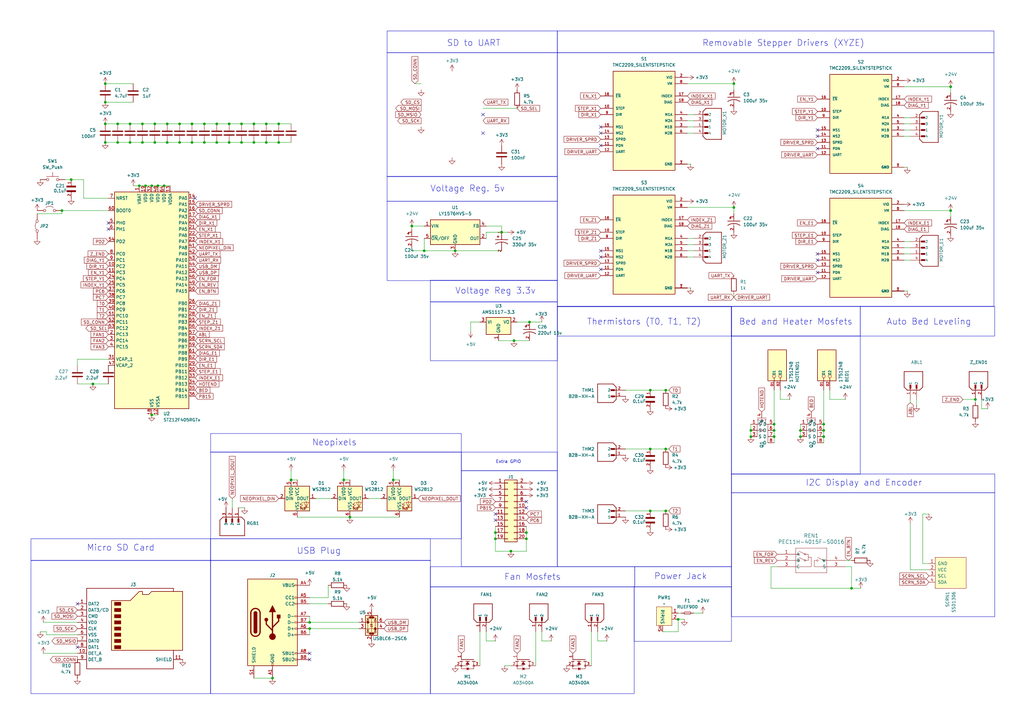
<source format=kicad_sch>
(kicad_sch (version 20231120) (generator "eeschema") (generator_version "8.0")
  (paper "A3")
  (junction (at 109.22 58.42))
  (junction (at 109.22 50.8))
  (junction (at 43.18 50.8))
  (junction (at 43.18 41.91))
  (junction (at 53.34 50.8))
  (junction (at 210.82 139.7))
  (junction (at 273.05 160.02))
  (junction (at 337.82 173.99))
  (junction (at 58.42 58.42))
  (junction (at 143.51 212.09))
  (junction (at 173.99 102.87))
  (junction (at 337.82 176.53))
  (junction (at 140.97 196.85))
  (junction (at 43.18 34.29))
  (junction (at 168.91 92.71))
  (junction (at 104.14 58.42))
  (junction (at 317.5 173.99))
  (junction (at 104.14 50.8))
  (junction (at 205.74 95.25))
  (junction (at 217.17 132.08))
  (junction (at 83.82 58.42))
  (junction (at 57.15 76.2))
  (junction (at 67.31 76.2))
  (junction (at 203.2 218.44))
  (junction (at 400.05 163.83))
  (junction (at 328.295 176.53))
  (junction (at 48.26 58.42))
  (junction (at 111.76 278.13))
  (junction (at 63.5 50.8))
  (junction (at 64.77 76.2))
  (junction (at 29.21 73.66))
  (junction (at 78.74 58.42))
  (junction (at 93.98 58.42))
  (junction (at 119.38 196.85))
  (junction (at 203.2 220.98))
  (junction (at 273.05 184.15))
  (junction (at 63.5 58.42))
  (junction (at 389.89 86.36))
  (junction (at 93.98 50.8))
  (junction (at 25.4 86.36))
  (junction (at 83.82 50.8))
  (junction (at 209.55 226.06))
  (junction (at 99.06 50.8))
  (junction (at 317.5 179.07))
  (junction (at 307.975 179.07))
  (junction (at 266.7 209.55))
  (junction (at 48.26 50.8))
  (junction (at 273.05 209.55))
  (junction (at 328.295 179.07))
  (junction (at 307.975 176.53))
  (junction (at 114.3 50.8))
  (junction (at 127 255.27))
  (junction (at 300.99 85.09))
  (junction (at 43.18 58.42))
  (junction (at 62.23 76.2))
  (junction (at 58.42 50.8))
  (junction (at 88.9 50.8))
  (junction (at 349.25 241.3))
  (junction (at 68.58 50.8))
  (junction (at 127 257.81))
  (junction (at 215.9 218.44))
  (junction (at 78.74 50.8))
  (junction (at 53.34 58.42))
  (junction (at 62.23 170.18))
  (junction (at 278.13 254))
  (junction (at 114.3 58.42))
  (junction (at 186.69 102.87))
  (junction (at 38.1 157.48))
  (junction (at 59.69 76.2))
  (junction (at 266.7 184.15))
  (junction (at 73.66 58.42))
  (junction (at 161.29 196.85))
  (junction (at 215.9 220.98))
  (junction (at 99.06 58.42))
  (junction (at 317.5 176.53))
  (junction (at 337.82 179.07))
  (junction (at 389.89 35.56))
  (junction (at 73.66 50.8))
  (junction (at 266.7 160.02))
  (junction (at 300.99 34.29))
  (junction (at 88.9 58.42))
  (junction (at 68.58 58.42))
  (no_connect (at 127 270.51))
  (no_connect (at 246.38 59.69))
  (no_connect (at 246.38 52.07))
  (no_connect (at 335.28 106.68))
  (no_connect (at 335.28 53.34))
  (no_connect (at 198.12 46.99))
  (no_connect (at 31.75 265.43))
  (no_connect (at 127 267.97))
  (no_connect (at 335.28 60.96))
  (no_connect (at 44.45 93.98))
  (no_connect (at 203.2 210.82))
  (no_connect (at 335.28 111.76))
  (no_connect (at 215.9 208.28))
  (no_connect (at 246.38 105.41))
  (no_connect (at 335.28 104.14))
  (no_connect (at 198.12 54.61))
  (no_connect (at 215.9 205.74))
  (no_connect (at 80.01 81.28))
  (no_connect (at 335.28 55.88))
  (no_connect (at 246.38 102.87))
  (no_connect (at 246.38 54.61))
  (no_connect (at 246.38 110.49))
  (no_connect (at 44.45 91.44))
  (no_connect (at 31.75 247.65))
  (no_connect (at 203.2 213.36))
  (wire (pts (xy 370.84 50.8) (xy 373.38 50.8)))
  (wire (pts (xy 161.29 196.85) (xy 163.83 196.85)))
  (wire (pts (xy 19.05 259.08) (xy 19.05 260.35)))
  (wire (pts (xy 54.61 76.2) (xy 57.15 76.2)))
  (wire (pts (xy 337.82 181.61) (xy 337.82 179.07)))
  (wire (pts (xy 215.9 218.44) (xy 215.9 220.98)))
  (wire (pts (xy 16.51 259.08) (xy 19.05 259.08)))
  (wire (pts (xy 29.21 73.66) (xy 26.67 73.66)))
  (wire (pts (xy 204.47 139.7) (xy 210.82 139.7)))
  (wire (pts (xy 78.74 50.8) (xy 83.82 50.8)))
  (wire (pts (xy 317.5 173.99) (xy 317.5 176.53)))
  (wire (pts (xy 73.66 58.42) (xy 78.74 58.42)))
  (wire (pts (xy 104.14 50.8) (xy 109.22 50.8)))
  (wire (pts (xy 226.06 262.89) (xy 222.25 262.89)))
  (wire (pts (xy 378.46 210.82) (xy 381 210.82)))
  (wire (pts (xy 337.82 160.02) (xy 337.82 173.99)))
  (wire (pts (xy 57.15 76.2) (xy 59.69 76.2)))
  (wire (pts (xy 34.29 81.28) (xy 44.45 81.28)))
  (wire (pts (xy 340.36 163.83) (xy 346.71 163.83)))
  (wire (pts (xy 58.42 58.42) (xy 63.5 58.42)))
  (wire (pts (xy 256.54 160.02) (xy 266.7 160.02)))
  (wire (pts (xy 193.04 135.89) (xy 193.04 132.08)))
  (wire (pts (xy 64.77 76.2) (xy 67.31 76.2)))
  (wire (pts (xy 317.5 160.02) (xy 317.5 173.99)))
  (wire (pts (xy 320.04 163.83) (xy 323.85 163.83)))
  (wire (pts (xy 281.94 34.29) (xy 300.99 34.29)))
  (wire (pts (xy 256.54 184.15) (xy 266.7 184.15)))
  (wire (pts (xy 281.94 52.07) (xy 284.48 52.07)))
  (wire (pts (xy 271.78 259.08) (xy 278.13 259.08)))
  (wire (pts (xy 143.51 212.09) (xy 163.83 212.09)))
  (wire (pts (xy 43.18 41.91) (xy 54.61 41.91)))
  (wire (pts (xy 83.82 50.8) (xy 88.9 50.8)))
  (wire (pts (xy 349.25 241.3) (xy 353.06 241.3)))
  (wire (pts (xy 215.9 215.9) (xy 215.9 218.44)))
  (wire (pts (xy 378.46 210.82) (xy 378.46 231.14)))
  (wire (pts (xy 373.38 233.68) (xy 381 233.68)))
  (wire (pts (xy 31.75 147.32) (xy 31.75 149.86)))
  (wire (pts (xy 53.34 50.8) (xy 58.42 50.8)))
  (wire (pts (xy 114.3 50.8) (xy 119.38 50.8)))
  (wire (pts (xy 288.29 251.46) (xy 284.48 251.46)))
  (wire (pts (xy 307.975 173.99) (xy 307.975 176.53)))
  (wire (pts (xy 370.84 48.26) (xy 373.38 48.26)))
  (wire (pts (xy 273.05 209.55) (xy 274.32 209.55)))
  (wire (pts (xy 203.2 218.44) (xy 203.2 220.98)))
  (wire (pts (xy 370.84 35.56) (xy 389.89 35.56)))
  (wire (pts (xy 134.62 247.65) (xy 127 247.65)))
  (wire (pts (xy 38.1 157.48) (xy 44.45 157.48)))
  (wire (pts (xy 17.78 267.97) (xy 31.75 267.97)))
  (wire (pts (xy 370.84 86.36) (xy 389.89 86.36)))
  (wire (pts (xy 400.05 163.83) (xy 394.97 163.83)))
  (wire (pts (xy 170.18 34.29) (xy 172.72 34.29)))
  (wire (pts (xy 281.94 118.11) (xy 283.21 118.11)))
  (wire (pts (xy 43.18 34.29) (xy 54.61 34.29)))
  (wire (pts (xy 222.25 262.89) (xy 222.25 259.08)))
  (wire (pts (xy 266.7 209.55) (xy 273.05 209.55)))
  (wire (pts (xy 88.9 50.8) (xy 93.98 50.8)))
  (wire (pts (xy 127 260.35) (xy 127 257.81)))
  (wire (pts (xy 278.13 259.08) (xy 278.13 254)))
  (wire (pts (xy 316.23 241.3) (xy 349.25 241.3)))
  (wire (pts (xy 203.2 215.9) (xy 203.2 218.44)))
  (wire (pts (xy 134.62 245.11) (xy 127 245.11)))
  (wire (pts (xy 300.99 120.65) (xy 300.99 121.92)))
  (wire (pts (xy 370.84 101.6) (xy 373.38 101.6)))
  (wire (pts (xy 281.94 46.99) (xy 284.48 46.99)))
  (wire (pts (xy 119.38 193.04) (xy 119.38 196.85)))
  (wire (pts (xy 389.89 38.1) (xy 389.89 35.56)))
  (wire (pts (xy 378.46 231.14) (xy 381 231.14)))
  (wire (pts (xy 205.74 95.25) (xy 208.28 95.25)))
  (wire (pts (xy 281.94 100.33) (xy 284.48 100.33)))
  (wire (pts (xy 78.74 58.42) (xy 83.82 58.42)))
  (wire (pts (xy 127 255.27) (xy 147.32 255.27)))
  (wire (pts (xy 104.14 278.13) (xy 111.76 278.13)))
  (wire (pts (xy 281.94 97.79) (xy 284.48 97.79)))
  (wire (pts (xy 307.975 176.53) (xy 307.975 179.07)))
  (wire (pts (xy 73.66 50.8) (xy 78.74 50.8)))
  (wire (pts (xy 199.39 92.71) (xy 205.74 92.71)))
  (wire (pts (xy 278.13 254) (xy 280.67 254)))
  (wire (pts (xy 273.05 184.15) (xy 274.32 184.15)))
  (wire (pts (xy 62.23 76.2) (xy 64.77 76.2)))
  (wire (pts (xy 43.18 50.8) (xy 48.26 50.8)))
  (wire (pts (xy 281.94 85.09) (xy 300.99 85.09)))
  (wire (pts (xy 203.2 220.98) (xy 203.2 226.06)))
  (wire (pts (xy 300.99 36.83) (xy 300.99 34.29)))
  (wire (pts (xy 151.13 204.47) (xy 156.21 204.47)))
  (wire (pts (xy 219.71 259.08) (xy 219.71 273.05)))
  (wire (pts (xy 199.39 95.25) (xy 205.74 95.25)))
  (wire (pts (xy 53.34 58.42) (xy 58.42 58.42)))
  (wire (pts (xy 140.97 193.04) (xy 140.97 196.85)))
  (wire (pts (xy 43.18 58.42) (xy 48.26 58.42)))
  (wire (pts (xy 93.98 50.8) (xy 99.06 50.8)))
  (wire (pts (xy 173.99 102.87) (xy 186.69 102.87)))
  (wire (pts (xy 209.55 226.06) (xy 215.9 226.06)))
  (wire (pts (xy 370.84 119.38) (xy 372.11 119.38)))
  (wire (pts (xy 389.89 88.9) (xy 389.89 86.36)))
  (wire (pts (xy 248.92 262.89) (xy 245.11 262.89)))
  (wire (pts (xy 95.25 204.47) (xy 95.25 208.28)))
  (wire (pts (xy 278.13 251.46) (xy 279.4 251.46)))
  (wire (pts (xy 328.295 173.99) (xy 328.295 176.53)))
  (wire (pts (xy 266.7 184.15) (xy 273.05 184.15)))
  (wire (pts (xy 370.84 68.58) (xy 372.11 68.58)))
  (wire (pts (xy 140.97 196.85) (xy 143.51 196.85)))
  (wire (pts (xy 129.54 204.47) (xy 135.89 204.47)))
  (wire (pts (xy 370.84 106.68) (xy 373.38 106.68)))
  (wire (pts (xy 59.69 76.2) (xy 62.23 76.2)))
  (wire (pts (xy 109.22 50.8) (xy 114.3 50.8)))
  (wire (pts (xy 215.9 220.98) (xy 215.9 226.06)))
  (wire (pts (xy 48.26 50.8) (xy 53.34 50.8)))
  (wire (pts (xy 198.12 44.45) (xy 212.09 44.45)))
  (wire (pts (xy 205.74 92.71) (xy 205.74 95.25)))
  (wire (pts (xy 168.91 93.98) (xy 168.91 92.71)))
  (wire (pts (xy 370.84 53.34) (xy 373.38 53.34)))
  (wire (pts (xy 266.7 160.02) (xy 273.05 160.02)))
  (wire (pts (xy 405.13 167.64) (xy 402.59 167.64)))
  (wire (pts (xy 19.05 260.35) (xy 31.75 260.35)))
  (wire (pts (xy 83.82 58.42) (xy 88.9 58.42)))
  (wire (pts (xy 173.99 97.79) (xy 173.99 102.87)))
  (wire (pts (xy 256.54 209.55) (xy 266.7 209.55)))
  (wire (pts (xy 281.94 49.53) (xy 284.48 49.53)))
  (wire (pts (xy 317.5 176.53) (xy 317.5 179.07)))
  (wire (pts (xy 58.42 50.8) (xy 63.5 50.8)))
  (wire (pts (xy 193.04 132.08) (xy 196.85 132.08)))
  (wire (pts (xy 67.31 76.2) (xy 69.85 76.2)))
  (wire (pts (xy 68.58 58.42) (xy 73.66 58.42)))
  (wire (pts (xy 400.05 165.1) (xy 400.05 163.83)))
  (wire (pts (xy 316.23 232.41) (xy 316.23 241.3)))
  (wire (pts (xy 127 252.73) (xy 127 255.27)))
  (wire (pts (xy 109.22 58.42) (xy 114.3 58.42)))
  (wire (pts (xy 203.2 226.06) (xy 209.55 226.06)))
  (wire (pts (xy 217.17 132.08) (xy 222.25 132.08)))
  (wire (pts (xy 373.38 163.83) (xy 373.38 165.1)))
  (wire (pts (xy 317.5 179.07) (xy 317.5 181.61)))
  (wire (pts (xy 370.84 99.06) (xy 373.38 99.06)))
  (wire (pts (xy 48.26 58.42) (xy 53.34 58.42)))
  (wire (pts (xy 62.23 170.18) (xy 64.77 170.18)))
  (wire (pts (xy 99.06 58.42) (xy 104.14 58.42)))
  (wire (pts (xy 168.91 102.87) (xy 173.99 102.87)))
  (wire (pts (xy 44.45 86.36) (xy 25.4 86.36)))
  (wire (pts (xy 281.94 67.31) (xy 283.21 67.31)))
  (wire (pts (xy 168.91 101.6) (xy 168.91 102.87)))
  (wire (pts (xy 186.69 102.87) (xy 205.74 102.87)))
  (wire (pts (xy 99.06 50.8) (xy 104.14 50.8)))
  (wire (pts (xy 199.39 262.89) (xy 199.39 259.08)))
  (wire (pts (xy 161.29 193.04) (xy 161.29 196.85)))
  (wire (pts (xy 134.62 240.03) (xy 134.62 245.11)))
  (wire (pts (xy 93.98 58.42) (xy 99.06 58.42)))
  (wire (pts (xy 370.84 104.14) (xy 373.38 104.14)))
  (wire (pts (xy 31.75 157.48) (xy 38.1 157.48)))
  (wire (pts (xy 318.77 232.41) (xy 316.23 232.41)))
  (wire (pts (xy 114.3 58.42) (xy 119.38 58.42)))
  (wire (pts (xy 68.58 50.8) (xy 73.66 50.8)))
  (wire (pts (xy 340.36 163.83) (xy 340.36 160.02)))
  (wire (pts (xy 97.79 208.28) (xy 100.33 208.28)))
  (wire (pts (xy 346.71 232.41) (xy 349.25 232.41)))
  (wire (pts (xy 34.29 73.66) (xy 34.29 81.28)))
  (wire (pts (xy 88.9 58.42) (xy 93.98 58.42)))
  (wire (pts (xy 119.38 196.85) (xy 121.92 196.85)))
  (wire (pts (xy 337.82 173.99) (xy 337.82 176.53)))
  (wire (pts (xy 328.295 176.53) (xy 328.295 179.07)))
  (wire (pts (xy 370.84 55.88) (xy 373.38 55.88)))
  (wire (pts (xy 15.24 87.63) (xy 25.4 87.63)))
  (wire (pts (xy 281.94 102.87) (xy 284.48 102.87)))
  (wire (pts (xy 203.2 262.89) (xy 199.39 262.89)))
  (wire (pts (xy 209.55 273.05) (xy 207.01 273.05)))
  (wire (pts (xy 273.05 160.02) (xy 274.32 160.02)))
  (wire (pts (xy 373.38 214.63) (xy 373.38 233.68)))
  (wire (pts (xy 29.21 73.66) (xy 34.29 73.66)))
  (wire (pts (xy 44.45 147.32) (xy 31.75 147.32)))
  (wire (pts (xy 281.94 105.41) (xy 284.48 105.41)))
  (wire (pts (xy 337.82 176.53) (xy 337.82 179.07)))
  (wire (pts (xy 245.11 262.89) (xy 245.11 259.08)))
  (wire (pts (xy 320.04 163.83) (xy 320.04 160.02)))
  (wire (pts (xy 281.94 54.61) (xy 284.48 54.61)))
  (wire (pts (xy 63.5 58.42) (xy 68.58 58.42)))
  (wire (pts (xy 402.59 167.64) (xy 402.59 163.83)))
  (wire (pts (xy 168.91 92.71) (xy 173.99 92.71)))
  (wire (pts (xy 346.71 229.87) (xy 349.25 229.87)))
  (wire (pts (xy 104.14 58.42) (xy 109.22 58.42)))
  (wire (pts (xy 210.82 139.7) (xy 217.17 139.7)))
  (wire (pts (xy 212.09 132.08) (xy 217.17 132.08)))
  (wire (pts (xy 17.78 255.27) (xy 31.75 255.27)))
  (wire (pts (xy 242.57 259.08) (xy 242.57 273.05)))
  (wire (pts (xy 199.39 97.79) (xy 199.39 95.25)))
  (wire (pts (xy 375.92 163.83) (xy 375.92 166.37)))
  (wire (pts (xy 63.5 50.8) (xy 68.58 50.8)))
  (wire (pts (xy 300.99 87.63) (xy 300.99 85.09)))
  (wire (pts (xy 196.85 259.08) (xy 196.85 273.05)))
  (wire (pts (xy 121.92 212.09) (xy 143.51 212.09)))
  (wire (pts (xy 349.25 241.3) (xy 349.25 232.41)))
  (wire (pts (xy 127 257.81) (xy 147.32 257.81)))
  (wire (pts (xy 25.4 87.63) (xy 25.4 86.36)))
  (rectangle (start 158.75 21.59) (end 228.6 72.39))
  (rectangle (start 300.0151 194.408) (end 408.0327 202.0742))
  (rectangle (start 228.6 125.6566) (end 299.9978 137.832))
  (rectangle (start 86.36 220.98) (end 176.53 229.87))
  (rectangle (start 299.9978 137.832) (end 352.8298 194.419))
  (rectangle (start 158.75 82.55) (end 228.6 115.062))
  (rectangle (start 86.36 177.8) (end 189.23 185.42))
  (rectangle (start 300.0081 202.0785) (end 408.0144 252.9176))
  (rectangle (start 352.823 125.64) (end 407.9478 137.8247))
  (rectangle (start 260.35 232.41) (end 299.9978 240.7015))
  (rectangle (start 86.36 229.87) (end 176.53 284.48))
  (rectangle (start 260.0953 240.6994) (end 300.0089 263.0693))
  (rectangle (start 158.75 12.7) (end 228.6 21.59))
  (rectangle (start 86.36 185.42) (end 189.23 220.98))
  (rectangle (start 189.23 193.04) (end 228.6 232.41))
  (rectangle (start 176.5538 240.702) (end 260.0905 284.48))
  (rectangle (start 12.7 220.98) (end 86.36 229.87))
  (rectangle (start 228.6 21.59) (end 407.67 125.73))
  (rectangle (start 189.23 185.42) (end 228.6 193.04))
  (rectangle (start 176.53 123.825) (end 228.6 147.955))
  (rectangle (start 228.6 125.73) (end 300.0212 232.41))
  (rectangle (start 12.7 229.87) (end 86.36 284.48))
  (rectangle (start 158.75 72.39) (end 228.6 82.55))
  (rectangle (start 299.9978 125.64) (end 352.8298 137.832))
  (rectangle (start 176.53 114.935) (end 228.6 123.8103))
  (rectangle (start 176.53 232.41) (end 260.35 240.702))
  (rectangle (start 228.6 12.7) (end 407.67 21.59))
  (text "I2C Display and Encoder\n" (at 354.33 198.12 0) (effects (font (size 2.54 2.54))))
  (text "Voltage Reg 3.3v" (at 203.2 119.38 0) (effects (font (size 2.54 2.54))))
  (text "Auto Bed Leveling\n" (at 381 132.08 0) (effects (font (size 2.54 2.54))))
  (text "Removable Stepper Drivers (XYZE)" (at 321.31 17.78 0) (effects (font (size 2.54 2.54))))
  (text "SD to UART" (at 194.31 17.78 0) (effects (font (size 2.54 2.54))))
  (text "Power Jack" (at 279.146 236.474 0) (effects (font (size 2.54 2.54))))
  (text "USB Plug" (at 130.81 226.06 0) (effects (font (size 2.54 2.54))))
  (text "Bed and Heater Mosfets\n" (at 326.39 132.08 0) (effects (font (size 2.54 2.54))))
  (text "Extra GPIO\n" (at 208.534 189.484 0) (effects (font (size 1.27 1.27))))
  (text "Neopixels" (at 137.16 181.61 0) (effects (font (size 2.54 2.54))))
  (text "Fan Mosfets\n" (at 218.44 236.728 0) (effects (font (size 2.54 2.54))))
  (text "Thermistors (T0, T1, T2)" (at 264.16 132.08 0) (effects (font (size 2.54 2.54))))
  (text "Micro SD Card" (at 49.53 224.79 0) (effects (font (size 2.54 2.54))))
  (text "Voltage Reg. 5v\n" (at 191.77 77.47 0) (effects (font (size 2.54 2.54))))
  (global_label "SD_SEL" (shape input) (at 212.09 44.45 0) (property "Intersheetrefs" "${INTERSHEET_REFS}" (effects (hide yes))))
  (global_label "DIAG_E1" (shape input) (at 80.01 144.78 0) (property "Intersheetrefs" "${INTERSHEET_REFS}" (effects (hide yes))))
  (global_label "INDEX_Y1" (shape input) (at 370.84 40.64 0) (property "Intersheetrefs" "${INTERSHEET_REFS}" (effects (hide yes))))
  (global_label "DIAG_Y1" (shape input) (at 370.84 43.18 0) (property "Intersheetrefs" "${INTERSHEET_REFS}" (effects (hide yes))))
  (global_label "DIAG_X1" (shape input) (at 281.94 41.91 0) (property "Intersheetrefs" "${INTERSHEET_REFS}" (effects (hide yes))))
  (global_label "DIAG_Z1" (shape input) (at 80.01 124.46 0) (property "Intersheetrefs" "${INTERSHEET_REFS}" (effects (hide yes))))
  (global_label "FAN2" (shape input) (at 44.45 139.7 180) (property "Intersheetrefs" "${INTERSHEET_REFS}" (effects (hide yes))))
  (global_label "DRIVER_UART" (shape input) (at 300.99 121.92 0) (property "Intersheetrefs" "${INTERSHEET_REFS}" (effects (hide yes))))
  (global_label "DIAG_Z1" (shape input) (at 281.94 92.71 0) (property "Intersheetrefs" "${INTERSHEET_REFS}" (effects (hide yes))))
  (global_label "USB_DM" (shape input) (at 80.01 109.22 0) (property "Intersheetrefs" "${INTERSHEET_REFS}" (effects (hide yes))))
  (global_label "Z_END" (shape input) (at 394.97 163.83 180) (property "Intersheetrefs" "${INTERSHEET_REFS}" (effects (hide yes))))
  (global_label "PC7" (shape input) (at 44.45 121.92 180) (property "Intersheetrefs" "${INTERSHEET_REFS}" (effects (hide yes))))
  (global_label "EN_REV" (shape input) (at 80.01 116.84 0) (property "Intersheetrefs" "${INTERSHEET_REFS}" (effects (hide yes))))
  (global_label "SCRN_SDA" (shape input) (at 381 238.76 180) (property "Intersheetrefs" "${INTERSHEET_REFS}" (effects (hide yes))))
  (global_label "INDEX_X1" (shape input) (at 80.01 99.06 0) (property "Intersheetrefs" "${INTERSHEET_REFS}" (effects (hide yes))))
  (global_label "PC7" (shape input) (at 215.9 210.82 0) (property "Intersheetrefs" "${INTERSHEET_REFS}" (effects (hide yes))))
  (global_label "NEOPIXEL_DOUT" (shape input) (at 95.25 204.47 90) (property "Intersheetrefs" "${INTERSHEET_REFS}" (effects (hide yes))))
  (global_label "DIR_E1" (shape input) (at 80.01 147.32 0) (property "Intersheetrefs" "${INTERSHEET_REFS}" (effects (hide yes))))
  (global_label "EN_X1" (shape input) (at 80.01 93.98 0) (property "Intersheetrefs" "${INTERSHEET_REFS}" (effects (hide yes))))
  (global_label "EN_Z1" (shape input) (at 246.38 90.17 180) (property "Intersheetrefs" "${INTERSHEET_REFS}" (effects (hide yes))))
  (global_label "EN_REV" (shape input) (at 318.77 229.87 180) (property "Intersheetrefs" "${INTERSHEET_REFS}" (effects (hide yes))))
  (global_label "DIR_X1" (shape input) (at 246.38 46.99 180) (property "Intersheetrefs" "${INTERSHEET_REFS}" (effects (hide yes))))
  (global_label "DRIVER_UART" (shape input) (at 335.28 63.5 180) (property "Intersheetrefs" "${INTERSHEET_REFS}" (effects (hide yes))))
  (global_label "ABL" (shape input) (at 373.38 165.1 270) (property "Intersheetrefs" "${INTERSHEET_REFS}" (effects (hide yes))))
  (global_label "HOTEND" (shape input) (at 312.42 168.91 90) (property "Intersheetrefs" "${INTERSHEET_REFS}" (effects (hide yes))))
  (global_label "STEP_Z1" (shape input) (at 246.38 95.25 180) (property "Intersheetrefs" "${INTERSHEET_REFS}" (effects (hide yes))))
  (global_label "USB_DM" (shape input) (at 157.48 255.27 0) (property "Intersheetrefs" "${INTERSHEET_REFS}" (effects (hide yes))))
  (global_label "INDEX_Z1" (shape input) (at 281.94 90.17 0) (property "Intersheetrefs" "${INTERSHEET_REFS}" (effects (hide yes))))
  (global_label "PC6" (shape input) (at 215.9 213.36 0) (property "Intersheetrefs" "${INTERSHEET_REFS}" (effects (hide yes))))
  (global_label "DRIVER_SPRD" (shape input) (at 80.01 83.82 0) (property "Intersheetrefs" "${INTERSHEET_REFS}" (effects (hide yes))))
  (global_label "T1" (shape input) (at 44.45 127 180) (property "Intersheetrefs" "${INTERSHEET_REFS}" (effects (hide yes))))
  (global_label "ABL" (shape input) (at 80.01 137.16 0) (property "Intersheetrefs" "${INTERSHEET_REFS}" (effects (hide yes))))
  (global_label "DRIVER_SPRD" (shape input) (at 246.38 107.95 180) (property "Intersheetrefs" "${INTERSHEET_REFS}" (effects (hide yes))))
  (global_label "EN_E1" (shape input) (at 80.01 149.86 0) (property "Intersheetrefs" "${INTERSHEET_REFS}" (effects (hide yes))))
  (global_label "UART_TX" (shape input) (at 300.99 113.03 180) (property "Intersheetrefs" "${INTERSHEET_REFS}" (effects (hide yes))))
  (global_label "DIAG_E1" (shape input) (at 370.84 93.98 0) (property "Intersheetrefs" "${INTERSHEET_REFS}" (effects (hide yes))))
  (global_label "EN_Z1" (shape input) (at 80.01 129.54 0) (property "Intersheetrefs" "${INTERSHEET_REFS}" (effects (hide yes))))
  (global_label "EN_Y1" (shape input) (at 44.45 111.76 180) (property "Intersheetrefs" "${INTERSHEET_REFS}" (effects (hide yes))))
  (global_label "SD_MOSI" (shape input) (at 31.75 252.73 180) (property "Intersheetrefs" "${INTERSHEET_REFS}" (effects (hide yes))))
  (global_label "SD_CONN" (shape input) (at 170.18 34.29 90) (property "Intersheetrefs" "${INTERSHEET_REFS}" (effects (hide yes))))
  (global_label "UART_RX" (shape input) (at 198.12 49.53 0) (property "Intersheetrefs" "${INTERSHEET_REFS}" (effects (hide yes))))
  (global_label "INDEX_X1" (shape input) (at 281.94 39.37 0) (property "Intersheetrefs" "${INTERSHEET_REFS}" (effects (hide yes))))
  (global_label "DRIVER_UART" (shape input) (at 246.38 62.23 180) (property "Intersheetrefs" "${INTERSHEET_REFS}" (effects (hide yes))))
  (global_label "DIR_Y1" (shape input) (at 335.28 48.26 180) (property "Intersheetrefs" "${INTERSHEET_REFS}" (effects (hide yes))))
  (global_label "DRIVER_UART" (shape input) (at 335.28 114.3 180) (property "Intersheetrefs" "${INTERSHEET_REFS}" (effects (hide yes))))
  (global_label "DRIVER_SPRD" (shape input) (at 246.38 57.15 180) (property "Intersheetrefs" "${INTERSHEET_REFS}" (effects (hide yes))))
  (global_label "SD_CS" (shape output) (at 172.72 41.91 180) (property "Intersheetrefs" "${INTERSHEET_REFS}" (effects (hide yes))))
  (global_label "SD_CONN" (shape output) (at 31.75 270.51 180) (property "Intersheetrefs" "${INTERSHEET_REFS}" (effects (hide yes))))
  (global_label "DIR_Y1" (shape input) (at 44.45 109.22 180) (property "Intersheetrefs" "${INTERSHEET_REFS}" (effects (hide yes))))
  (global_label "STEP_E1" (shape input) (at 335.28 96.52 180) (property "Intersheetrefs" "${INTERSHEET_REFS}" (effects (hide yes))))
  (global_label "T2" (shape input) (at 274.32 209.55 0) (property "Intersheetrefs" "${INTERSHEET_REFS}" (effects (hide yes))))
  (global_label "DIAG_X1" (shape input) (at 80.01 88.9 0) (property "Intersheetrefs" "${INTERSHEET_REFS}" (effects (hide yes))))
  (global_label "PB15" (shape input) (at 203.2 208.28 180) (property "Intersheetrefs" "${INTERSHEET_REFS}" (effects (hide yes))))
  (global_label "STEP_X1" (shape input) (at 80.01 96.52 0) (property "Intersheetrefs" "${INTERSHEET_REFS}" (effects (hide yes))))
  (global_label "PD2" (shape input) (at 203.2 205.74 180) (property "Intersheetrefs" "${INTERSHEET_REFS}" (effects (hide yes))))
  (global_label "USB_DP" (shape input) (at 80.01 111.76 0) (property "Intersheetrefs" "${INTERSHEET_REFS}" (effects (hide yes))))
  (global_label "T1" (shape input) (at 274.32 184.15 0) (property "Intersheetrefs" "${INTERSHEET_REFS}" (effects (hide yes))))
  (global_label "EN_BTN" (shape input) (at 347.98 229.87 90) (property "Intersheetrefs" "${INTERSHEET_REFS}" (effects (hide yes))))
  (global_label "PC6" (shape input) (at 44.45 119.38 180) (property "Intersheetrefs" "${INTERSHEET_REFS}" (effects (hide yes))))
  (global_label "SCRN_SDA" (shape input) (at 80.01 142.24 0) (property "Intersheetrefs" "${INTERSHEET_REFS}" (effects (hide yes))))
  (global_label "NEOPIXEL_DOUT" (shape input) (at 171.45 204.47 0) (property "Intersheetrefs" "${INTERSHEET_REFS}" (effects (hide yes))))
  (global_label "BED" (shape input) (at 80.01 160.02 0) (property "Intersheetrefs" "${INTERSHEET_REFS}" (effects (hide yes))))
  (global_label "EN_BTN" (shape input) (at 80.01 119.38 0) (property "Intersheetrefs" "${INTERSHEET_REFS}" (effects (hide yes))))
  (global_label "INDEX_Y1" (shape input) (at 44.45 116.84 180) (property "Intersheetrefs" "${INTERSHEET_REFS}" (effects (hide yes))))
  (global_label "SD_MSIO" (shape output) (at 31.75 262.89 180) (property "Intersheetrefs" "${INTERSHEET_REFS}" (effects (hide yes))))
  (global_label "UART_RX" (shape input) (at 80.01 106.68 0) (property "Intersheetrefs" "${INTERSHEET_REFS}" (effects (hide yes))))
  (global_label "FAN1" (shape input) (at 189.23 267.97 90) (property "Intersheetrefs" "${INTERSHEET_REFS}" (effects (hide yes))))
  (global_label "DRIVER_SPRD" (shape input) (at 335.28 109.22 180) (property "Intersheetrefs" "${INTERSHEET_REFS}" (effects (hide yes))))
  (global_label "HOTEND" (shape input) (at 80.01 157.48 0) (property "Intersheetrefs" "${INTERSHEET_REFS}" (effects (hide yes))))
  (global_label "NEOPIXEL_DIN" (shape input) (at 114.3 204.47 180) (property "Intersheetrefs" "${INTERSHEET_REFS}" (effects (hide yes))))
  (global_label "UART_TX" (shape input) (at 80.01 104.14 0) (property "Intersheetrefs" "${INTERSHEET_REFS}" (effects (hide yes))))
  (global_label "STEP_X1" (shape input) (at 246.38 44.45 180) (property "Intersheetrefs" "${INTERSHEET_REFS}" (effects (hide yes))))
  (global_label "STEP_E1" (shape input) (at 80.01 152.4 0) (property "Intersheetrefs" "${INTERSHEET_REFS}" (effects (hide yes))))
  (global_label "EN_Y1" (shape input) (at 335.28 40.64 180) (property "Intersheetrefs" "${INTERSHEET_REFS}" (effects (hide yes))))
  (global_label "NEOPIXEL_DIN" (shape input) (at 80.01 101.6 0) (property "Intersheetrefs" "${INTERSHEET_REFS}" (effects (hide yes))))
  (global_label "SCRN_SCL" (shape input) (at 80.01 139.7 0) (property "Intersheetrefs" "${INTERSHEET_REFS}" (effects (hide yes))))
  (global_label "T0" (shape input) (at 274.32 160.02 0) (property "Intersheetrefs" "${INTERSHEET_REFS}" (effects (hide yes))))
  (global_label "DIR_Z1" (shape input) (at 246.38 97.79 180) (property "Intersheetrefs" "${INTERSHEET_REFS}" (effects (hide yes))))
  (global_label "STEP_Y1" (shape input) (at 335.28 45.72 180) (property "Intersheetrefs" "${INTERSHEET_REFS}" (effects (hide yes))))
  (global_label "SD_MSIO" (shape input) (at 172.72 46.99 180) (property "Intersheetrefs" "${INTERSHEET_REFS}" (effects (hide yes))))
  (global_label "T0" (shape input) (at 44.45 124.46 180) (property "Intersheetrefs" "${INTERSHEET_REFS}" (effects (hide yes))))
  (global_label "STEP_Z1" (shape input) (at 80.01 132.08 0) (property "Intersheetrefs" "${INTERSHEET_REFS}" (effects (hide yes))))
  (global_label "DRIVER_UART" (shape input) (at 246.38 113.03 180) (property "Intersheetrefs" "${INTERSHEET_REFS}" (effects (hide yes))))
  (global_label "SD_SEL" (shape output) (at 44.45 134.62 180) (property "Intersheetrefs" "${INTERSHEET_REFS}" (effects (hide yes))))
  (global_label "DIR_E1" (shape input) (at 335.28 99.06 180) (property "Intersheetrefs" "${INTERSHEET_REFS}" (effects (hide yes))))
  (global_label "PB15" (shape input) (at 80.01 162.56 0) (property "Intersheetrefs" "${INTERSHEET_REFS}" (effects (hide yes))))
  (global_label "FAN3" (shape input) (at 234.95 267.97 90) (property "Intersheetrefs" "${INTERSHEET_REFS}" (effects (hide yes))))
  (global_label "INDEX_E1" (shape input) (at 80.01 154.94 0) (property "Intersheetrefs" "${INTERSHEET_REFS}" (effects (hide yes))))
  (global_label "DIR_Z1" (shape input) (at 80.01 127 0) (property "Intersheetrefs" "${INTERSHEET_REFS}" (effects (hide yes))))
  (global_label "EN_E1" (shape input) (at 335.28 91.44 180) (property "Intersheetrefs" "${INTERSHEET_REFS}" (effects (hide yes))))
  (global_label "UART_TX" (shape input) (at 198.12 41.91 0) (property "Intersheetrefs" "${INTERSHEET_REFS}" (effects (hide yes))))
  (global_label "Z_END" (shape input) (at 44.45 104.14 180) (property "Intersheetrefs" "${INTERSHEET_REFS}" (effects (hide yes))))
  (global_label "EN_FOR" (shape input) (at 318.77 227.33 180) (property "Intersheetrefs" "${INTERSHEET_REFS}" (effects (hide yes))))
  (global_label "T2" (shape input) (at 44.45 129.54 180) (property "Intersheetrefs" "${INTERSHEET_REFS}" (effects (hide yes))))
  (global_label "INDEX_E1" (shape input) (at 370.84 91.44 0) (property "Intersheetrefs" "${INTERSHEET_REFS}" (effects (hide yes))))
  (global_label "STEP_Y1" (shape input) (at 44.45 114.3 180) (property "Intersheetrefs" "${INTERSHEET_REFS}" (effects (hide yes))))
  (global_label "SCRN_SCL" (shape input) (at 381 236.22 180) (property "Intersheetrefs" "${INTERSHEET_REFS}" (effects (hide yes))))
  (global_label "UART_RX" (shape input) (at 300.99 121.92 180) (property "Intersheetrefs" "${INTERSHEET_REFS}" (effects (hide yes))))
  (global_label "SD_MOSI" (shape output) (at 172.72 44.45 180) (property "Intersheetrefs" "${INTERSHEET_REFS}" (effects (hide yes))))
  (global_label "FAN2" (shape input) (at 212.09 267.97 90) (property "Intersheetrefs" "${INTERSHEET_REFS}" (effects (hide yes))))
  (global_label "EN_X1" (shape input) (at 246.38 39.37 180) (property "Intersheetrefs" "${INTERSHEET_REFS}" (effects (hide yes))))
  (global_label "PD2" (shape input) (at 44.45 99.06 180) (property "Intersheetrefs" "${INTERSHEET_REFS}" (effects (hide yes))))
  (global_label "SD_SCK" (shape input) (at 31.75 257.81 180) (property "Intersheetrefs" "${INTERSHEET_REFS}" (effects (hide yes))))
  (global_label "INDEX_Z1" (shape input) (at 80.01 134.62 0) (property "Intersheetrefs" "${INTERSHEET_REFS}" (effects (hide yes))))
  (global_label "BED" (shape input) (at 332.74 168.91 90) (property "Intersheetrefs" "${INTERSHEET_REFS}" (effects (hide yes))))
  (global_label "SD_SCK" (shape output) (at 172.72 49.53 180) (property "Intersheetrefs" "${INTERSHEET_REFS}" (effects (hide yes))))
  (global_label "SD_CONN" (shape input) (at 80.01 86.36 0) (property "Intersheetrefs" "${INTERSHEET_REFS}" (effects (hide yes))))
  (global_label "FAN1" (shape input) (at 44.45 137.16 180) (property "Intersheetrefs" "${INTERSHEET_REFS}" (effects (hide yes))))
  (global_label "DIR_X1" (shape input) (at 80.01 91.44 0) (property "Intersheetrefs" "${INTERSHEET_REFS}" (effects (hide yes))))
  (global_label "DIAG_Y1" (shape input) (at 44.45 106.68 180) (property "Intersheetrefs" "${INTERSHEET_REFS}" (effects (hide yes))))
  (global_label "DRIVER_SPRD" (shape input) (at 335.28 58.42 180) (property "Intersheetrefs" "${INTERSHEET_REFS}" (effects (hide yes))))
  (global_label "USB_DP" (shape input) (at 157.48 257.81 0) (property "Intersheetrefs" "${INTERSHEET_REFS}" (effects (hide yes))))
  (global_label "FAN3" (shape input) (at 44.45 142.24 180) (property "Intersheetrefs" "${INTERSHEET_REFS}" (effects (hide yes))))
  (global_label "SD_CS" (shape input) (at 31.75 250.19 180) (property "Intersheetrefs" "${INTERSHEET_REFS}" (effects (hide yes))))
  (global_label "EN_FOR" (shape input) (at 80.01 114.3 0) (property "Intersheetrefs" "${INTERSHEET_REFS}" (effects (hide yes))))
  (global_label "SD_CONN" (shape input) (at 44.45 132.08 180) (property "Intersheetrefs" "${INTERSHEET_REFS}" (effects (hide yes))))
  (symbol (lib_id "power:+24V") (at 300.99 85.09 0) (unit 1)
    (property "Reference" "#PWR018" (effects (hide yes)))
    (property "Value" "+24V" (at 300.99 80.01 0))
    (property "Description" "Power symbol creates a global label with name \"+24V\"" (effects (hide yes)))
  )
  (symbol (lib_id "power:GND") (at 280.67 254 0) (unit 1)
    (property "Reference" "#PWR079" (effects (hide yes)))
    (property "Value" "GND" (effects (hide yes)))
    (property "Description" "Power symbol creates a global label with name \"GND\" , ground" (effects (hide yes)))
  )
  (symbol (lib_id "B2B-XH-A:B2B-XH-A") (at 375.92 156.21 90) (unit 1)
    (property "Reference" "ABL1" (at 378.46 148.59 90) (effects (justify left)))
    (property "Value" "B2B-XH-A" (effects (hide yes)))
    (property "Footprint" "B2B-XH-A:JST_B2B-XH-A" (effects (hide yes)))
    (property "Description" "Connector Header Through Hole 2 position 0.098 (2.50mm)" (effects (hide yes)))
  )
  (symbol (lib_id "EEEFT1V101AP:EEEFT1V101AP") (at 300.99 39.37 270) (unit 1)
    (property "Reference" "C3" (at 304.8 38.7965 90) (effects (justify left)))
    (property "Value" "100uf 35v" (at 304.8 41.3365 90) (effects (justify left)))
    (property "Footprint" "CAP_EEEFT1V101AP" (effects (hide yes)))
  )
  (symbol (lib_id "Device:C") (at 58.42 54.61 0) (mirror y) (unit 1)
    (property "Reference" "C8" (effects (hide yes)))
    (property "Value" "100nF" (effects (hide yes)))
    (property "Footprint" "Capacitor_SMD:C_0402_1005Metric" (effects (hide yes)))
    (property "Description" "Unpolarized capacitor" (effects (hide yes)))
    (property "Part #" "TCC0402X7R104K160AT" (effects (hide yes)))
  )
  (symbol (lib_id "SSD1306-128x64_OLED:SSD1306") (at 389.89 234.95 90) (mirror x) (unit 1)
    (property "Reference" "SCRN1" (at 388.62 242.57 0) (effects (justify left)))
    (property "Value" "SSD1306" (at 391.16 242.57 0) (effects (justify left)))
    (property "Footprint" "PinHeader:PinHeader_1x04_P2.54mm_Vertical" (effects (hide yes)))
  )
  (symbol (lib_id "Device:C") (at 68.58 54.61 0) (unit 1)
    (property "Reference" "C10" (effects (hide yes)))
    (property "Value" "100nF" (effects (hide yes)))
    (property "Footprint" "Capacitor_SMD:C_0402_1005Metric" (effects (hide yes)))
    (property "Description" "Unpolarized capacitor" (effects (hide yes)))
    (property "Part #" "TCC0402X7R104K160AT" (effects (hide yes)))
  )
  (symbol (lib_id "power:GND") (at 143.51 212.09 0) (unit 1)
    (property "Reference" "#PWR064" (effects (hide yes)))
    (property "Value" "GND" (effects (hide yes)))
    (property "Description" "Power symbol creates a global label with name \"GND\" , ground" (effects (hide yes)))
  )
  (symbol (lib_id "ad-hoc:XT30PW-M") (at 271.78 252.73 0) (unit 1)
    (property "Reference" "PWR1" (at 272.415 245.11 0))
    (property "Value" "~" (at 272.415 247.65 0))
  )
  (symbol (lib_id "power:+5V") (at 203.2 200.66 90) (unit 1)
    (property "Reference" "#PWR055" (effects (hide yes)))
    (property "Value" "+5V" (at 199.898 200.6599 90) (effects (justify left)))
    (property "Description" "Power symbol creates a global label with name \"+5V\"" (effects (hide yes)))
  )
  (symbol (lib_id "power:+3V3") (at 17.78 267.97 0) (mirror y) (unit 1)
    (property "Reference" "#PWR086" (effects (hide yes)))
    (property "Value" "+3V3" (at 17.78 263.6591 0))
  )
  (symbol (lib_id "power:+3V3") (at 15.24 86.36 0) (mirror y) (unit 1)
    (property "Reference" "#PWR019" (effects (hide yes)))
    (property "Value" "+3V3" (at 15.24 82.0491 0))
  )
  (symbol (lib_id "Device:R") (at 138.43 240.03 270) (mirror x) (unit 1)
    (property "Reference" "R8" (at 138.43 235.204 90))
    (property "Value" "5.1k" (at 138.43 237.744 90))
    (property "Footprint" "RMCF0805JT5K10:RESC2012X65N" (effects (hide yes)))
    (property "Description" "Resistor" (effects (hide yes)))
  )
  (symbol (lib_id "power:GND") (at 29.21 81.28 0) (unit 1)
    (property "Reference" "#PWR015" (effects (hide yes)))
    (property "Value" "GND" (effects (hide yes)))
    (property "Description" "Power symbol creates a global label with name \"GND\" , ground" (effects (hide yes)))
  )
  (symbol (lib_id "power:GND") (at 372.11 119.38 0) (unit 1)
    (property "Reference" "#PWR028" (effects (hide yes)))
    (property "Value" "GND" (effects (hide yes)))
    (property "Description" "Power symbol creates a global label with name \"GND\" , ground" (effects (hide yes)))
  )
  (symbol (lib_id "power:GND") (at 283.21 118.11 0) (unit 1)
    (property "Reference" "#PWR027" (effects (hide yes)))
    (property "Value" "GND" (effects (hide yes)))
    (property "Description" "Power symbol creates a global label with name \"GND\" , ground" (effects (hide yes)))
  )
  (symbol (lib_id "power:GND") (at 283.21 67.31 0) (unit 1)
    (property "Reference" "#PWR011" (effects (hide yes)))
    (property "Value" "GND" (effects (hide yes)))
    (property "Description" "Power symbol creates a global label with name \"GND\" , ground" (effects (hide yes)))
  )
  (symbol (lib_id "power:+24V") (at 203.2 262.89 0) (unit 1)
    (property "Reference" "#PWR083" (effects (hide yes)))
    (property "Value" "+24V" (at 203.2 257.81 0))
    (property "Description" "Power symbol creates a global label with name \"+24V\"" (effects (hide yes)))
  )
  (symbol (lib_id "power:+3V3") (at 43.18 34.29 0) (mirror y) (unit 1)
    (property "Reference" "#PWR03" (effects (hide yes)))
    (property "Value" "+3V3" (at 43.18 29.9791 0))
  )
  (symbol (lib_id "power:+3V3") (at 17.78 255.27 0) (mirror y) (unit 1)
    (property "Reference" "#PWR080" (effects (hide yes)))
    (property "Value" "+3V3" (at 17.78 250.9591 0))
  )
  (symbol (lib_id "Device:C") (at 88.9 54.61 0) (mirror y) (unit 1)
    (property "Reference" "C14" (effects (hide yes)))
    (property "Value" "100nF" (effects (hide yes)))
    (property "Footprint" "Capacitor_SMD:C_0402_1005Metric" (effects (hide yes)))
    (property "Description" "Unpolarized capacitor" (effects (hide yes)))
    (property "Part #" "TCC0402X7R104K160AT" (effects (hide yes)))
  )
  (symbol (lib_id "EEEFT1V101AP:EEEFT1V101AP") (at 389.89 40.64 270) (unit 1)
    (property "Reference" "C4" (at 393.7 40.0665 90) (effects (justify left)))
    (property "Value" "100uf 35v" (at 393.7 42.6065 90) (effects (justify left)))
    (property "Footprint" "CAP_EEEFT1V101AP" (effects (hide yes)))
  )
  (symbol (lib_id "power:+3V3") (at 353.06 241.3 0) (mirror y) (unit 1)
    (property "Reference" "#PWR075" (effects (hide yes)))
    (property "Value" "+3V3" (at 353.06 237.744 0))
  )
  (symbol (lib_id "Device:R") (at 400.05 168.91 0) (unit 1)
    (property "Reference" "R3" (at 397.51 167.6399 0) (effects (justify right)))
    (property "Value" "4.7k" (at 397.51 170.1799 0) (effects (justify right)))
    (property "Footprint" "Resistor_SMD:R_1206_3216Metric" (effects (hide yes)))
    (property "Description" "Resistor" (effects (hide yes)))
    (property "Part #" "RC1206JR-134K7L" (effects (hide yes)))
  )
  (symbol (lib_id "power:+3V3") (at 281.94 31.75 270) (unit 1)
    (property "Reference" "#PWR01" (effects (hide yes)))
    (property "Value" "+3V3" (at 285.115 31.75 90) (effects (justify left)))
  )
  (symbol (lib_id "EEEFT1V101AP:EEEFT1V101AP") (at 300.99 90.17 270) (unit 1)
    (property "Reference" "C22" (at 304.8 89.5965 90) (effects (justify left)))
    (property "Value" "100uf 35v" (at 304.8 92.1365 90) (effects (justify left)))
    (property "Footprint" "CAP_EEEFT1V101AP" (effects (hide yes)))
  )
  (symbol (lib_id "power:GND") (at 209.55 226.06 0) (unit 1)
    (property "Reference" "#PWR070" (effects (hide yes)))
    (property "Value" "GND" (effects (hide yes)))
    (property "Description" "Power symbol creates a global label with name \"GND\" , ground" (effects (hide yes)))
  )
  (symbol (lib_id "B2B-XH-A:B2B-XH-A") (at 248.92 209.55 180) (unit 1)
    (property "Reference" "THM3" (at 243.84 209.55 0) (effects (justify left)))
    (property "Value" "B2B-XH-A" (at 243.84 212.09 0) (effects (justify left)))
    (property "Footprint" "B2B-XH-A:JST_B2B-XH-A" (effects (hide yes)))
    (property "Description" "Connector Header Through Hole 2 position 0.098 (2.50mm)" (effects (hide yes)))
    (property "DigiKey_Part_Number" "455-B2B-XH-A-ND" (effects (hide yes)))
    (property "SnapEDA_Link" "https://www.snapeda.com/parts/B2B-XH-A/JST+Sales+America+Inc./view-part/?ref=snap" (effects (hide yes)))
    (property "MAXIMUM_PACKAGE_HEIGHT" "7 mm" (effects (hide yes)))
    (property "Package" "None" (effects (hide yes)))
    (property "Check_prices" "https://www.snapeda.com/parts/B2B-XH-A/JST+Sales+America+Inc./view-part/?ref=eda" (effects (hide yes)))
    (property "STANDARD" "Manufacturer Recommendations" (effects (hide yes)))
    (property "PARTREV" "N/A" (effects (hide yes)))
    (property "MF" "JST Sales" (effects (hide yes)))
    (property "MP" "B2B-XH-A" (effects (hide yes)))
    (property "MANUFACTURER" "JST Sales America Inc." (effects (hide yes)))
  )
  (symbol (lib_id "power:+3V3") (at 203.2 203.2 90) (mirror x) (unit 1)
    (property "Reference" "#PWR057" (effects (hide yes)))
    (property "Value" "+3V3" (at 199.39 203.1999 90) (effects (justify left)))
  )
  (symbol (lib_id "power:GND") (at 74.93 270.51 0) (unit 1)
    (property "Reference" "#PWR087" (effects (hide yes)))
    (property "Value" "GND" (effects (hide yes)))
    (property "Description" "Power symbol creates a global label with name \"GND\" , ground" (effects (hide yes)))
  )
  (symbol (lib_id "power:GND") (at 266.7 167.64 0) (unit 1)
    (property "Reference" "#PWR037" (effects (hide yes)))
    (property "Value" "GND" (effects (hide yes)))
    (property "Description" "Power symbol creates a global label with name \"GND\" , ground" (effects (hide yes)))
  )
  (symbol (lib_id "power:GND") (at 16.51 259.08 0) (unit 1)
    (property "Reference" "#PWR081" (effects (hide yes)))
    (property "Value" "GND" (effects (hide yes)))
    (property "Description" "Power symbol creates a global label with name \"GND\" , ground" (effects (hide yes)))
  )
  (symbol (lib_id "power:+3V3") (at 215.9 200.66 270) (mirror x) (unit 1)
    (property "Reference" "#PWR056" (effects (hide yes)))
    (property "Value" "+3V3" (at 219.71 200.6601 90) (effects (justify left)))
  )
  (symbol (lib_id "power:GND") (at 328.295 179.07 0) (unit 1)
    (property "Reference" "#PWR043" (effects (hide yes)))
    (property "Value" "GND" (effects (hide yes)))
    (property "Description" "Power symbol creates a global label with name \"GND\" , ground" (effects (hide yes)))
  )
  (symbol (lib_id "B4B-XH-A:B4B-XH-A") (at 292.1 100.33 0) (unit 1)
    (property "Reference" "MOTOR_Z1" (at 297.18 106.172 90) (effects (justify left)))
    (property "Value" "B4B-XH-A" (effects (hide yes)))
    (property "Footprint" "B4B-XH-A:JST_B4B-XH-A" (effects (hide yes)))
    (property "Description" "Connector Header Through Hole 4 position 0.098 (2.50mm)" (effects (hide yes)))
  )
  (symbol (lib_id "B4B-XH-A:B4B-XH-A") (at 292.1 49.53 0) (unit 1)
    (property "Reference" "MOTOR_X1" (at 297.18 55.372 90) (effects (justify left)))
    (property "Value" "B4B-XH-A" (effects (hide yes)))
    (property "Footprint" "B4B-XH-A:JST_B4B-XH-A" (effects (hide yes)))
    (property "Description" "Connector Header Through Hole 4 position 0.098 (2.50mm)" (effects (hide yes)))
  )
  (symbol (lib_id "TMC2209_SILENTSTEPSTICK:TMC2209_SILENTSTEPSTICK") (at 353.06 50.8 0) (unit 1)
    (property "Reference" "S2" (at 353.06 25.4 0))
    (property "Value" "TMC2209_SILENTSTEPSTICK" (at 353.06 27.94 0))
    (property "Footprint" "TMC2209_SILENTSTEPSTICK:MODULE_TMC2209_SILENTSTEPSTICK" (effects (hide yes)))
    (property "Description" "TMC2209 Motor Controller/Driver Power Management Evaluation Board" (effects (hide yes)))
    (property "MF" "Trinamic Motion Control GmbH" (effects (hide yes)))
    (property "Package" "None" (effects (hide yes)))
    (property "Price" "None" (effects (hide yes)))
    (property "Check_prices" "https://www.snapeda.com/parts/TMC2209%20SILENTSTEPSTICK/Trinamic+Motion+Control+GmbH/view-part/?ref=eda" (effects (hide yes)))
    (property "STANDARD" "Manufacturer Recommendations" (effects (hide yes)))
    (property "PARTREV" "1.20" (effects (hide yes)))
    (property "SnapEDA_Link" "https://www.snapeda.com/parts/TMC2209%20SILENTSTEPSTICK/Trinamic+Motion+Control+GmbH/view-part/?ref=snap" (effects (hide yes)))
    (property "MP" "TMC2209 SILENTSTEPSTICK" (effects (hide yes)))
    (property "MANUFACTURER" "Trinamic Motion Control GmbH" (effects (hide yes)))
    (property "Availability" "In Stock" (effects (hide yes)))
    (property "SNAPEDA_PN" "TMC2209 SILENTSTEPSTICK" (effects (hide yes)))
  )
  (symbol (lib_id "Device:C") (at 83.82 54.61 0) (unit 1)
    (property "Reference" "C13" (effects (hide yes)))
    (property "Value" "100nF" (effects (hide yes)))
    (property "Footprint" "Capacitor_SMD:C_0402_1005Metric" (effects (hide yes)))
    (property "Description" "Unpolarized capacitor" (effects (hide yes)))
    (property "Part #" "TCC0402X7R104K160AT" (effects (hide yes)))
  )
  (symbol (lib_id "power:GND") (at 256.54 186.69 0) (unit 1)
    (property "Reference" "#PWR044" (effects (hide yes)))
    (property "Value" "GND" (effects (hide yes)))
    (property "Description" "Power symbol creates a global label with name \"GND\" , ground" (effects (hide yes)))
  )
  (symbol (lib_id "EEEFT1V101AP:EEEFT1V101AP") (at 168.91 96.52 270) (unit 1)
    (property "Reference" "C24" (at 165.862 102.616 90) (effects (justify left)))
    (property "Value" "100uf 35v" (at 165.862 105.156 90) (effects (justify left)))
    (property "Footprint" "CAP_EEEFT1V101AP" (effects (hide yes)))
  )
  (symbol (lib_id "Switch:SW_Push") (at 21.59 73.66 0) (unit 1)
    (property "Reference" "SW1" (at 21.59 66.04 0))
    (property "Value" "SW_Push" (at 21.59 68.58 0))
    (property "Description" "Push button switch, generic, two pins" (effects (hide yes)))
  )
  (symbol (lib_id "power:+5V") (at 152.4 250.19 0) (mirror y) (unit 1)
    (property "Reference" "#PWR077" (effects (hide yes)))
    (property "Value" "+5V" (at 152.4 245.11 0))
    (property "Description" "Power symbol creates a global label with name \"+5V\"" (effects (hide yes)))
  )
  (symbol (lib_id "Device:C") (at 114.3 54.61 0) (unit 1)
    (property "Reference" "C19" (effects (hide yes)))
    (property "Value" "100nF" (effects (hide yes)))
    (property "Footprint" "Capacitor_SMD:C_0402_1005Metric" (effects (hide yes)))
    (property "Description" "Unpolarized capacitor" (effects (hide yes)))
    (property "Part #" "TCC0402X7R104K160AT" (effects (hide yes)))
  )
  (symbol (lib_id "Device:R") (at 300.99 116.84 180) (unit 1)
    (property "Reference" "R1" (at 303.53 115.5699 0) (effects (justify right)))
    (property "Value" "1k" (at 303.53 118.1099 0) (effects (justify right)))
    (property "Footprint" "Resistor_SMD:R_0603_1608Metric" (effects (hide yes)))
    (property "Description" "Resistor" (effects (hide yes)))
    (property "Part #" "RC0603FR-131KL" (effects (hide yes)))
  )
  (symbol (lib_id "power:GND") (at 375.92 166.37 0) (unit 1)
    (property "Reference" "#PWR036" (effects (hide yes)))
    (property "Value" "GND" (effects (hide yes)))
    (property "Description" "Power symbol creates a global label with name \"GND\" , ground" (effects (hide yes)))
  )
  (symbol (lib_id "Device:C") (at 48.26 54.61 0) (unit 1)
    (property "Reference" "C6" (effects (hide yes)))
    (property "Value" "100nF" (effects (hide yes)))
    (property "Footprint" "Capacitor_SMD:C_0402_1005Metric" (effects (hide yes)))
    (property "Description" "Unpolarized capacitor" (effects (hide yes)))
    (property "Part #" "TCC0402X7R104K160AT" (effects (hide yes)))
  )
  (symbol (lib_id "Device:C") (at 119.38 54.61 0) (unit 1)
    (property "Reference" "C20" (effects (hide yes)))
    (property "Value" "100nF" (effects (hide yes)))
    (property "Footprint" "Capacitor_SMD:C_0402_1005Metric" (effects (hide yes)))
    (property "Description" "Unpolarized capacitor" (effects (hide yes)))
    (property "Part #" "TCC0402X7R104K160AT" (effects (hide yes)))
  )
  (symbol (lib_id "power:GND") (at 152.4 262.89 0) (unit 1)
    (property "Reference" "#PWR082" (effects (hide yes)))
    (property "Value" "GND" (effects (hide yes)))
    (property "Description" "Power symbol creates a global label with name \"GND\" , ground" (effects (hide yes)))
  )
  (symbol (lib_id "power:GND") (at 172.72 52.07 0) (unit 1)
    (property "Reference" "#PWR069" (effects (hide yes)))
    (property "Value" "GND" (effects (hide yes)))
    (property "Description" "Power symbol creates a global label with name \"GND\" , ground" (effects (hide yes)))
  )
  (symbol (lib_id "power:GND") (at 389.89 96.52 0) (unit 1)
    (property "Reference" "#PWR024" (effects (hide yes)))
    (property "Value" "GND" (effects (hide yes)))
    (property "Description" "Power symbol creates a global label with name \"GND\" , ground" (effects (hide yes)))
  )
  (symbol (lib_id "Power_Protection:USBLC6-2SC6") (at 152.4 255.27 0) (unit 1)
    (property "Reference" "U5" (at 147.32 251.206 0) (effects (justify left)))
    (property "Value" "USBLC6-2SC6" (at 152.908 261.874 0) (effects (justify left)))
    (property "Footprint" "Package_TO_SOT_SMD:SOT-23-6" (effects (hide yes)))
    (property "Datasheet" "https://www.st.com/resource/en/datasheet/usblc6-2.pdf" (effects (hide yes)))
    (property "Description" "Very low capacitance ESD protection diode, 2 data-line, SOT-23-6" (effects (hide yes)))
  )
  (symbol (lib_id "Device:C") (at 54.61 38.1 0) (unit 1)
    (property "Reference" "C2" (at 58.42 36.8299 0) (effects (justify left)))
    (property "Value" "1uF" (at 58.42 39.3699 0) (effects (justify left)))
    (property "Footprint" "Capacitor_SMD:C_0402_1005Metric" (effects (hide yes)))
    (property "Description" "Unpolarized capacitor" (effects (hide yes)))
    (property "Part #" "TCC0402X5R105K6R3AT" (effects (hide yes)))
  )
  (symbol (lib_id "IRFH7440TRPBF:IRFH7440TRPBF") (at 312.42 172.72 270) (unit 1)
    (property "Reference" "Q1" (at 312.42 180.975 0) (effects (justify left)))
    (property "Value" "~" (at 312.42 172.72 0))
    (property "Footprint" "IRFH7440TRPBF:TRANS_FDMS86202" (effects (hide yes)))
  )
  (symbol (lib_id "Device:C") (at 104.14 54.61 0) (mirror y) (unit 1)
    (property "Reference" "C17" (effects (hide yes)))
    (property "Value" "100nF" (effects (hide yes)))
    (property "Footprint" "Capacitor_SMD:C_0402_1005Metric" (effects (hide yes)))
    (property "Description" "Unpolarized capacitor" (effects (hide yes)))
    (property "Part #" "TCC0402X7R104K160AT" (effects (hide yes)))
  )
  (symbol (lib_id "Device:C") (at 43.18 54.61 0) (mirror y) (unit 1)
    (property "Reference" "C5" (at 39.37 53.3399 0) (effects (justify left)))
    (property "Value" "100nF" (at 39.37 55.8799 0) (effects (justify left)))
    (property "Footprint" "Capacitor_SMD:C_0402_1005Metric" (effects (hide yes)))
    (property "Description" "Unpolarized capacitor" (effects (hide yes)))
    (property "Part #" "TCC0402X7R104K160AT" (effects (hide yes)))
  )
  (symbol (lib_id "power:GND") (at 62.23 170.18 0) (unit 1)
    (property "Reference" "#PWR040" (effects (hide yes)))
    (property "Value" "GND" (effects (hide yes)))
    (property "Description" "Power symbol creates a global label with name \"GND\" , ground" (effects (hide yes)))
  )
  (symbol (lib_id "GCM155R71H104KE02J:GCM155R71H104KE02J") (at 266.7 162.56 270) (unit 1)
    (property "Reference" "C29" (at 264.16 162.56 90) (effects (justify right)))
    (property "Value" "0.1uF" (at 264.922 164.592 90) (effects (justify right)))
    (property "Footprint" "GCM155R71H104KE02J:CAPC1005X55N" (effects (hide yes)))
    (property "Description" "0.1 µF ±10% 50V Ceramic Capacitor X7R 0402 (1005 Metric)" (effects (hide yes)))
    (property "DigiKey_Part_Number" "490-14514-2-ND" (effects (hide yes)))
    (property "MF" "Murata" (effects (hide yes)))
    (property "Purchase-URL" "https://www.snapeda.com/api/url_track_click_mouser/?unipart_id=597465&manufacturer=Murata&part_name=GCM155R71H104KE02J&search_term=None" (effects (hide yes)))
    (property "Package" "1005 Taiyo Yuden" (effects (hide yes)))
    (property "SnapEDA_Link" "https://www.snapeda.com/parts/GCM155R71H104KE02J/Murata+Electronics+North+America/view-part/?ref=snap" (effects (hide yes)))
    (property "MP" "GCM155R71H104KE02J" (effects (hide yes)))
    (property "Check_prices" "https://www.snapeda.com/parts/GCM155R71H104KE02J/Murata+Electronics+North+America/view-part/?ref=eda" (effects (hide yes)))
  )
  (symbol (lib_id "power:GND") (at 266.7 217.17 0) (unit 1)
    (property "Reference" "#PWR067" (effects (hide yes)))
    (property "Value" "GND" (effects (hide yes)))
    (property "Description" "Power symbol creates a global label with name \"GND\" , ground" (effects (hide yes)))
  )
  (symbol (lib_id "power:+24V") (at 288.29 251.46 0) (unit 1)
    (property "Reference" "#PWR078" (effects (hide yes)))
    (property "Value" "+24V" (at 288.29 246.38 0))
    (property "Description" "Power symbol creates a global label with name \"+24V\"" (effects (hide yes)))
  )
  (symbol (lib_id "B2B-XH-A:B2B-XH-A") (at 248.92 160.02 180) (unit 1)
    (property "Reference" "THM1" (at 243.84 160.02 0) (effects (justify left)))
    (property "Value" "B2B-XH-A" (at 243.84 162.56 0) (effects (justify left)))
    (property "Footprint" "B2B-XH-A:JST_B2B-XH-A" (effects (hide yes)))
    (property "Description" "Connector Header Through Hole 2 position 0.098 (2.50mm)" (effects (hide yes)))
    (property "DigiKey_Part_Number" "455-B2B-XH-A-ND" (effects (hide yes)))
    (property "SnapEDA_Link" "https://www.snapeda.com/parts/B2B-XH-A/JST+Sales+America+Inc./view-part/?ref=snap" (effects (hide yes)))
    (property "MAXIMUM_PACKAGE_HEIGHT" "7 mm" (effects (hide yes)))
    (property "Package" "None" (effects (hide yes)))
    (property "Check_prices" "https://www.snapeda.com/parts/B2B-XH-A/JST+Sales+America+Inc./view-part/?ref=eda" (effects (hide yes)))
    (property "STANDARD" "Manufacturer Recommendations" (effects (hide yes)))
    (property "PARTREV" "N/A" (effects (hide yes)))
    (property "MF" "JST Sales" (effects (hide yes)))
    (property "MP" "B2B-XH-A" (effects (hide yes)))
    (property "MANUFACTURER" "JST Sales America Inc." (effects (hide yes)))
  )
  (symbol (lib_id "power:GND") (at 43.18 41.91 0) (unit 1)
    (property "Reference" "#PWR06" (effects (hide yes)))
    (property "Value" "GND" (effects (hide yes)))
    (property "Description" "Power symbol creates a global label with name \"GND\" , ground" (effects (hide yes)))
  )
  (symbol (lib_id "B2B-XH-A:B2B-XH-A") (at 199.39 251.46 90) (unit 1)
    (property "Reference" "FAN1" (at 201.93 243.84 90) (effects (justify left)))
    (property "Footprint" "B2B-XH-A:JST_B2B-XH-A" (effects (hide yes)))
    (property "Description" "Connector Header Through Hole 2 position 0.098 (2.50mm)" (effects (hide yes)))
    (property "DigiKey_Part_Number" "455-B2B-XH-A-ND" (effects (hide yes)))
    (property "SnapEDA_Link" "https://www.snapeda.com/parts/B2B-XH-A/JST+Sales+America+Inc./view-part/?ref=snap" (effects (hide yes)))
    (property "MAXIMUM_PACKAGE_HEIGHT" "7 mm" (effects (hide yes)))
    (property "Package" "None" (effects (hide yes)))
    (property "Check_prices" "https://www.snapeda.com/parts/B2B-XH-A/JST+Sales+America+Inc./view-part/?ref=eda" (effects (hide yes)))
    (property "STANDARD" "Manufacturer Recommendations" (effects (hide yes)))
    (property "PARTREV" "N/A" (effects (hide yes)))
    (property "MF" "JST Sales" (effects (hide yes)))
    (property "MP" "B2B-XH-A" (effects (hide yes)))
    (property "MANUFACTURER" "JST Sales America Inc." (effects (hide yes)))
  )
  (symbol (lib_id "power:+24V") (at 389.89 86.36 0) (unit 1)
    (property "Reference" "#PWR020" (effects (hide yes)))
    (property "Value" "+24V" (at 389.89 81.28 0))
    (property "Description" "Power symbol creates a global label with name \"+24V\"" (effects (hide yes)))
  )
  (symbol (lib_id "1751248:1751248") (at 320.04 149.86 90) (unit 1)
    (property "Reference" "HOTEND1" (at 327.025 156.845 0) (effects (justify left)))
    (property "Value" "1751248" (at 324.485 156.845 0) (effects (justify left)))
    (property "Footprint" "Phoenix 1751248:PHOENIX_1751248" (effects (hide yes)))
    (property "Description" "PCB Terminal Screw 3.5mm 16AWG 200V 13.5A 2 Position COMBICON MKDS Series | Phoenix Contact 1751248" (effects (hide yes)))
    (property "DigiKey_Part_Number" "277-5719-ND" (effects (hide yes)))
    (property "SnapEDA_Link" "https://www.snapeda.com/parts/1751248/Phoenix+Contact/view-part/?ref=snap" (effects (hide yes)))
    (property "Package" "None" (effects (hide yes)))
    (property "Check_prices" "https://www.snapeda.com/parts/1751248/Phoenix+Contact/view-part/?ref=eda" (effects (hide yes)))
    (property "STANDARD" "Manufacturer Recommendations" (effects (hide yes)))
    (property "PARTREV" "03.03.2021" (effects (hide yes)))
    (property "MF" "Phoenix Contact" (effects (hide yes)))
    (property "MP" "1751248" (effects (hide yes)))
    (property "MANUFACTURER" "Phoenix Contact" (effects (hide yes)))
  )
  (symbol (lib_id "power:GND") (at 38.1 157.48 0) (unit 1)
    (property "Reference" "#PWR032" (effects (hide yes)))
    (property "Value" "GND" (effects (hide yes)))
    (property "Description" "Power symbol creates a global label with name \"GND\" , ground" (effects (hide yes)))
  )
  (symbol (lib_id "power:+3V3") (at 212.09 36.83 0) (mirror y) (unit 1)
    (property "Reference" "#PWR060" (effects (hide yes)))
    (property "Value" "+3V3" (at 212.09 32.5191 0))
  )
  (symbol (lib_id "power:GND") (at 372.11 68.58 0) (unit 1)
    (property "Reference" "#PWR012" (effects (hide yes)))
    (property "Value" "GND" (effects (hide yes)))
    (property "Description" "Power symbol creates a global label with name \"GND\" , ground" (effects (hide yes)))
  )
  (symbol (lib_id "UWT1V101MCL1GS:UWT1V101MCL1GS") (at 205.74 100.33 270) (unit 1)
    (property "Reference" "C25" (at 210.058 97.7899 90) (effects (justify left)))
    (property "Value" "330uf 35v" (at 210.058 100.3299 90) (effects (justify left)))
    (property "Footprint" "UWT1V101MCL1GS:CAPAE830X1000N" (effects (hide yes)))
  )
  (symbol (lib_id "AO3400A:AO3400A") (at 191.77 270.51 270) (unit 1)
    (property "Reference" "M1" (at 191.77 277.495 90))
    (property "Value" "AO3400A" (at 191.77 280.035 90))
    (property "Footprint" "AO3400A:SOT95P280X125-3N" (effects (hide yes)))
    (property "Description" "N-Channel 30 V 5.7A (Ta) 1.4W (Ta) Surface Mount SOT-23-3" (effects (hide yes)))
    (property "DigiKey_Part_Number" "785-1000-2-ND" (effects (hide yes)))
    (property "SnapEDA_Link" "https://www.snapeda.com/parts/AO3400A/Alpha+%2526+Omega+Semiconductor+Inc./view-part/?ref=snap" (effects (hide yes)))
    (property "MAXIMUM_PACKAGE_HEIGHT" "1.25 mm" (effects (hide yes)))
    (property "Package" "SOT-23 Alpha &amp; Omega Semiconductor" (effects (hide yes)))
    (property "Check_prices" "https://www.snapeda.com/parts/AO3400A/Alpha+%2526+Omega+Semiconductor+Inc./view-part/?ref=eda" (effects (hide yes)))
    (property "STANDARD" "IPC 7351B" (effects (hide yes)))
    (property "PARTREV" "L" (effects (hide yes)))
    (property "MF" "Alpha &" (effects (hide yes)))
    (property "MP" "AO3400A" (effects (hide yes)))
    (property "MANUFACTURER" "Alpha & Omega Semiconductor" (effects (hide yes)))
  )
  (symbol (lib_id "power:+3V3") (at 273.05 217.17 270) (mirror x) (unit 1)
    (property "Reference" "#PWR068" (effects (hide yes)))
    (property "Value" "+3V3" (at 276.225 217.17 90) (effects (justify left)))
  )
  (symbol (lib_id "power:GND") (at 307.975 179.07 0) (unit 1)
    (property "Reference" "#PWR042" (effects (hide yes)))
    (property "Value" "GND" (effects (hide yes)))
    (property "Description" "Power symbol creates a global label with name \"GND\" , ground" (effects (hide yes)))
  )
  (symbol (lib_id "PEC11H-4015F-S0016:PEC11H-4015F-S0016") (at 318.77 227.33 0) (unit 1)
    (property "Reference" "REN1" (at 332.74 219.71 0) (effects (font (size 1.524 1.524))))
    (property "Value" "PEC11H-4015F-S0016" (at 332.74 222.25 0) (effects (font (size 1.524 1.524))))
    (property "Footprint" "PinHeader:PinHeader_1x04_P2.54mm_Vertical" (effects (hide yes)))
    (property "Datasheet" "PEC11H-4015F-S0016" (effects (hide yes)))
  )
  (symbol (lib_id "power:GND") (at 142.24 247.65 0) (unit 1)
    (property "Reference" "#PWR076" (effects (hide yes)))
    (property "Value" "GND" (effects (hide yes)))
    (property "Description" "Power symbol creates a global label with name \"GND\" , ground" (effects (hide yes)))
  )
  (symbol (lib_id "Device:C") (at 73.66 54.61 0) (mirror y) (unit 1)
    (property "Reference" "C11" (effects (hide yes)))
    (property "Value" "100nF" (effects (hide yes)))
    (property "Footprint" "Capacitor_SMD:C_0402_1005Metric" (effects (hide yes)))
    (property "Description" "Unpolarized capacitor" (effects (hide yes)))
    (property "Part #" "TCC0402X7R104K160AT" (effects (hide yes)))
  )
  (symbol (lib_id "Device:Fuse_Small") (at 281.94 251.46 0) (unit 1) (in_bom no)
    (property "Reference" "F1" (at 281.94 246.38 0))
    (property "Value" "RUEF900" (at 281.94 248.92 0))
    (property "Footprint" "RUEF900:FUSRR1015W81L2410T300H2900" (effects (hide yes)))
    (property "Description" "Fuse, small symbol" (effects (hide yes)))
  )
  (symbol (lib_id "Device:R") (at 273.05 187.96 0) (mirror y) (unit 1)
    (property "Reference" "R4" (at 275.59 186.6899 0) (effects (justify right)))
    (property "Value" "4.7k" (at 275.59 189.2299 0) (effects (justify right)))
    (property "Footprint" "Resistor_SMD:R_1206_3216Metric" (effects (hide yes)))
    (property "Description" "Resistor" (effects (hide yes)))
    (property "Part #" "RC1206JR-134K7L" (effects (hide yes)))
  )
  (symbol (lib_id "Regulator_Linear:AMS1117-3.3") (at 204.47 132.08 0) (unit 1)
    (property "Reference" "U3" (at 204.47 125.476 0))
    (property "Value" "AMS1117-3.3" (at 204.47 128.016 0))
    (property "Footprint" "Package_TO_SOT_SMD:SOT-223-3_TabPin2" (effects (hide yes)))
    (property "Datasheet" "http://www.advanced-monolithic.com/pdf/ds1117.pdf" (effects (hide yes)))
    (property "Description" "1A Low Dropout regulator, positive, 3.3V fixed output, SOT-223" (effects (hide yes)))
  )
  (symbol (lib_id "LED:WS2812") (at 143.51 204.47 0) (unit 1)
    (property "Reference" "D2" (at 153.416 198.1514 0))
    (property "Value" "WS2812" (at 153.416 200.6914 0))
    (property "Footprint" "LED_SMD:LED_WS2812_PLCC6_5.0x5.0mm_P1.6mm" (effects (hide yes)))
    (property "Datasheet" "https://cdn-shop.adafruit.com/datasheets/WS2812.pdf" (effects (hide yes)))
    (property "Description" "RGB LED with integrated controller" (effects (hide yes)))
  )
  (symbol (lib_id "LED:WS2812") (at 163.83 204.47 0) (unit 1)
    (property "Reference" "D3" (at 173.736 198.1514 0))
    (property "Value" "WS2812" (at 173.736 200.6914 0))
    (property "Footprint" "LED_SMD:LED_WS2812_PLCC6_5.0x5.0mm_P1.6mm" (effects (hide yes)))
    (property "Datasheet" "https://cdn-shop.adafruit.com/datasheets/WS2812.pdf" (effects (hide yes)))
    (property "Description" "RGB LED with integrated controller" (effects (hide yes)))
  )
  (symbol (lib_id "Device:R") (at 212.09 40.64 0) (mirror y) (unit 1)
    (property "Reference" "R5" (at 214.63 39.3699 0) (effects (justify right)))
    (property "Value" "4.7k" (at 214.63 41.9099 0) (effects (justify right)))
    (property "Footprint" "Resistor_SMD:R_1206_3216Metric" (effects (hide yes)))
    (property "Description" "Resistor" (effects (hide yes)))
    (property "Part #" "RC1206JR-134K7L" (effects (hide yes)))
  )
  (symbol (lib_id "power:+24V") (at 323.85 163.83 0) (unit 1)
    (property "Reference" "#PWR034" (effects (hide yes)))
    (property "Value" "+24V" (at 323.85 158.75 0))
    (property "Description" "Power symbol creates a global label with name \"+24V\"" (effects (hide yes)))
  )
  (symbol (lib_id "power:+3V3") (at 54.61 76.2 0) (mirror y) (unit 1)
    (property "Reference" "#PWR014" (effects (hide yes)))
    (property "Value" "+3V3" (at 54.61 71.8891 0))
  )
  (symbol (lib_id "B3B-XH-A:B3B-XH-A") (at 95.25 215.9 270) (unit 1)
    (property "Reference" "RGB1" (at 101.092 214.6299 90) (effects (justify left)))
    (property "Value" "B3B-XH-A" (effects (hide yes)))
    (property "Footprint" "b3b-xh-a:JST_B3B-XH-A" (effects (hide yes)))
    (property "MF" "JST Sales" (effects (hide yes)))
    (property "MAXIMUM_PACKAGE_HEIGHT" "7.00 mm" (effects (hide yes)))
    (property "Package" "None" (effects (hide yes)))
    (property "Price" "None" (effects (hide yes)))
    (property "Check_prices" "https://www.snapeda.com/parts/B3B-XH-A/JST+Sales+America+Inc./view-part/?ref=eda" (effects (hide yes)))
    (property "STANDARD" "Manufacturer Recommendations" (effects (hide yes)))
    (property "PARTREV" "7/4/21" (effects (hide yes)))
    (property "SnapEDA_Link" "https://www.snapeda.com/parts/B3B-XH-A/JST+Sales+America+Inc./view-part/?ref=snap" (effects (hide yes)))
    (property "MP" "B3B-XH-A" (effects (hide yes)))
    (property "Description_1" "\nConnector Header Through Hole 3 position 0.098 (2.50mm)\n" (effects (hide yes)))
    (property "Availability" "In Stock" (effects (hide yes)))
    (property "MANUFACTURER" "JST Sales America Inc." (effects (hide yes)))
  )
  (symbol (lib_id "power:GND") (at 15.24 97.79 0) (unit 1)
    (property "Reference" "#PWR025" (effects (hide yes)))
    (property "Value" "GND" (effects (hide yes)))
    (property "Description" "Power symbol creates a global label with name \"GND\" , ground" (effects (hide yes)))
  )
  (symbol (lib_id "B2B-XH-A:B2B-XH-A") (at 245.11 251.46 90) (unit 1)
    (property "Reference" "FAN3" (at 247.65 243.84 90) (effects (justify left)))
    (property "Value" "B2B-XH-A" (effects (hide yes)))
    (property "Footprint" "B2B-XH-A:JST_B2B-XH-A" (effects (hide yes)))
    (property "Description" "Connector Header Through Hole 2 position 0.098 (2.50mm)" (effects (hide yes)))
  )
  (symbol (lib_id "power:GND") (at 381 210.82 0) (unit 1)
    (property "Reference" "#PWR063" (effects (hide yes)))
    (property "Value" "GND" (effects (hide yes)))
    (property "Description" "Power symbol creates a global label with name \"GND\" , ground" (effects (hide yes)))
  )
  (symbol (lib_id "power:+3V3") (at 185.42 29.21 0) (mirror y) (unit 1)
    (property "Reference" "#PWR051" (effects (hide yes)))
    (property "Value" "+3V3" (at 185.42 24.8991 0))
  )
  (symbol (lib_id "power:+3V3") (at 205.74 59.69 0) (unit 1)
    (property "Reference" "#PWR045" (effects (hide yes)))
    (property "Value" "+3V3" (at 205.74 55.3791 0))
  )
  (symbol (lib_id "power:GND") (at 256.54 212.09 0) (unit 1)
    (property "Reference" "#PWR065" (effects (hide yes)))
    (property "Value" "GND" (effects (hide yes)))
    (property "Description" "Power symbol creates a global label with name \"GND\" , ground" (effects (hide yes)))
  )
  (symbol (lib_id "TMC2209_SILENTSTEPSTICK:TMC2209_SILENTSTEPSTICK") (at 264.16 100.33 0) (unit 1)
    (property "Reference" "S3" (at 264.16 74.93 0))
    (property "Value" "TMC2209_SILENTSTEPSTICK" (at 264.16 77.47 0))
    (property "Footprint" "TMC2209_SILENTSTEPSTICK:MODULE_TMC2209_SILENTSTEPSTICK" (effects (hide yes)))
    (property "Description" "TMC2209 Motor Controller/Driver Power Management Evaluation Board" (effects (hide yes)))
    (property "MF" "Trinamic Motion Control GmbH" (effects (hide yes)))
    (property "Package" "None" (effects (hide yes)))
    (property "Price" "None" (effects (hide yes)))
    (property "Check_prices" "https://www.snapeda.com/parts/TMC2209%20SILENTSTEPSTICK/Trinamic+Motion+Control+GmbH/view-part/?ref=eda" (effects (hide yes)))
    (property "STANDARD" "Manufacturer Recommendations" (effects (hide yes)))
    (property "PARTREV" "1.20" (effects (hide yes)))
    (property "SnapEDA_Link" "https://www.snapeda.com/parts/TMC2209%20SILENTSTEPSTICK/Trinamic+Motion+Control+GmbH/view-part/?ref=snap" (effects (hide yes)))
    (property "MP" "TMC2209 SILENTSTEPSTICK" (effects (hide yes)))
    (property "MANUFACTURER" "Trinamic Motion Control GmbH" (effects (hide yes)))
    (property "Availability" "In Stock" (effects (hide yes)))
    (property "SNAPEDA_PN" "TMC2209 SILENTSTEPSTICK" (effects (hide yes)))
  )
  (symbol (lib_id "power:+3V3") (at 222.25 132.08 0) (unit 1)
    (property "Reference" "#PWR029" (effects (hide yes)))
    (property "Value" "+3V3" (at 219.202 128.778 0) (effects (justify left)))
  )
  (symbol (lib_id "power:GND") (at 142.24 240.03 0) (unit 1)
    (property "Reference" "#PWR074" (effects (hide yes)))
    (property "Value" "GND" (effects (hide yes)))
    (property "Description" "Power symbol creates a global label with name \"GND\" , ground" (effects (hide yes)))
  )
  (symbol (lib_id "power:+24V") (at 346.71 163.83 0) (unit 1)
    (property "Reference" "#PWR035" (effects (hide yes)))
    (property "Value" "+24V" (at 346.71 158.75 0))
    (property "Description" "Power symbol creates a global label with name \"+24V\"" (effects (hide yes)))
  )
  (symbol (lib_id "Connector:USB_C_Receptacle_USB2.0_16P") (at 111.76 255.27 0) (unit 1)
    (property "Reference" "J2" (at 111.76 235.966 0))
    (property "Value" "USB_C_Receptacle_USB2.0_16P" (effects (hide yes)))
    (property "Footprint" "Connector_USB:USB_C_Receptacle_HRO_TYPE-C-31-M-12" (effects (hide yes)))
    (property "Datasheet" "https://www.usb.org/sites/default/files/documents/usb_type-c.zip" (effects (hide yes)))
    (property "Description" "USB 2.0-only 16P Type-C Receptacle connector" (effects (hide yes)))
  )
  (symbol (lib_id "B4B-XH-A:B4B-XH-A") (at 381 50.8 0) (unit 1)
    (property "Reference" "MOTOR_Y1" (at 386.08 56.642 90) (effects (justify left)))
    (property "Value" "B4B-XH-A" (effects (hide yes)))
    (property "Footprint" "B4B-XH-A:JST_B4B-XH-A" (effects (hide yes)))
    (property "Description" "Connector Header Through Hole 4 position 0.098 (2.50mm)" (effects (hide yes)))
  )
  (symbol (lib_id "Jumper:Jumper_2_Bridged") (at 15.24 92.71 90) (unit 1) (exclude_from_sim yes)
    (property "Reference" "JP2" (at 16.256 92.71 90) (effects (justify right)))
    (property "Value" "Jumper_2_Bridged" (effects (hide yes)))
    (property "Footprint" "TestPoint:TestPoint_2Pads_Pitch2.54mm_Drill0.8mm" (effects (hide yes)))
    (property "Description" "Jumper, 2-pole, closed/bridged" (effects (hide yes)))
  )
  (symbol (lib_id "power:+3V3") (at 273.05 191.77 270) (mirror x) (unit 1)
    (property "Reference" "#PWR047" (effects (hide yes)))
    (property "Value" "+3V3" (at 276.225 191.77 90) (effects (justify left)))
  )
  (symbol (lib_id "AO3400A:AO3400A") (at 214.63 270.51 270) (unit 1)
    (property "Reference" "M2" (at 214.63 277.495 90))
    (property "Value" "AO3400A" (at 214.63 280.035 90))
    (property "Footprint" "AO3400A:SOT95P280X125-3N" (effects (hide yes)))
    (property "Description" "N-Channel 30 V 5.7A (Ta) 1.4W (Ta) Surface Mount SOT-23-3" (effects (hide yes)))
    (property "DigiKey_Part_Number" "785-1000-2-ND" (effects (hide yes)))
    (property "SnapEDA_Link" "https://www.snapeda.com/parts/AO3400A/Alpha+%2526+Omega+Semiconductor+Inc./view-part/?ref=snap" (effects (hide yes)))
    (property "MAXIMUM_PACKAGE_HEIGHT" "1.25 mm" (effects (hide yes)))
    (property "Package" "SOT-23 Alpha &amp; Omega Semiconductor" (effects (hide yes)))
    (property "Check_prices" "https://www.snapeda.com/parts/AO3400A/Alpha+%2526+Omega+Semiconductor+Inc./view-part/?ref=eda" (effects (hide yes)))
    (property "STANDARD" "IPC 7351B" (effects (hide yes)))
    (property "PARTREV" "L" (effects (hide yes)))
    (property "MF" "Alpha &" (effects (hide yes)))
    (property "MP" "AO3400A" (effects (hide yes)))
    (property "MANUFACTURER" "Alpha & Omega Semiconductor" (effects (hide yes)))
  )
  (symbol (lib_id "power:GND") (at 266.7 191.77 0) (unit 1)
    (property "Reference" "#PWR046" (effects (hide yes)))
    (property "Value" "GND" (effects (hide yes)))
    (property "Description" "Power symbol creates a global label with name \"GND\" , ground" (effects (hide yes)))
  )
  (symbol (lib_id "Device:C") (at 63.5 54.61 0) (unit 1)
    (property "Reference" "C9" (effects (hide yes)))
    (property "Value" "100nF" (effects (hide yes)))
    (property "Footprint" "Capacitor_SMD:C_0402_1005Metric" (effects (hide yes)))
    (property "Description" "Unpolarized capacitor" (effects (hide yes)))
    (property "Part #" "TCC0402X7R104K160AT" (effects (hide yes)))
  )
  (symbol (lib_id "EEEFN1C221XP:EEEFN1C221XP") (at 217.17 134.62 270) (unit 1)
    (property "Reference" "C26" (at 220.472 134.0465 90) (effects (justify left)))
    (property "Value" "220uf 16v" (at 220.472 136.5865 90) (effects (justify left)))
    (property "Footprint" "EEEFN1C221XP:CAP_EEEFN1C221XP" (effects (hide yes)))
  )
  (symbol (lib_id "power:+5V") (at 193.04 135.89 180) (unit 1)
    (property "Reference" "#PWR030" (effects (hide yes)))
    (property "Value" "+5V" (at 193.04 141.224 0))
    (property "Description" "Power symbol creates a global label with name \"+5V\"" (effects (hide yes)))
  )
  (symbol (lib_id "Device:C") (at 109.22 54.61 0) (unit 1)
    (property "Reference" "C18" (effects (hide yes)))
    (property "Value" "100nF" (effects (hide yes)))
    (property "Footprint" "Capacitor_SMD:C_0402_1005Metric" (effects (hide yes)))
    (property "Description" "Unpolarized capacitor" (effects (hide yes)))
    (property "Part #" "TCC0402X7R104K160AT" (effects (hide yes)))
  )
  (symbol (lib_id "Device:C") (at 99.06 54.61 0) (unit 1)
    (property "Reference" "C16" (effects (hide yes)))
    (property "Value" "100nF" (effects (hide yes)))
    (property "Footprint" "Capacitor_SMD:C_0402_1005Metric" (effects (hide yes)))
    (property "Description" "Unpolarized capacitor" (effects (hide yes)))
    (property "Part #" "TCC0402X7R104K160AT" (effects (hide yes)))
  )
  (symbol (lib_id "B2B-XH-A:B2B-XH-A") (at 402.59 156.21 90) (unit 1)
    (property "Reference" "Z_END1" (at 405.13 148.59 90) (effects (justify left)))
    (property "Value" "B2B-XH-A" (effects (hide yes)))
    (property "Footprint" "B2B-XH-A:JST_B2B-XH-A" (effects (hide yes)))
    (property "Description" "Connector Header Through Hole 2 position 0.098 (2.50mm)" (effects (hide yes)))
  )
  (symbol (lib_id "Regulator_Switching:LM2576HVS-5") (at 186.69 95.25 0) (unit 1)
    (property "Reference" "U1" (at 186.69 85.09 0))
    (property "Value" "LY1576HVS-5" (at 186.69 87.63 0))
    (property "Footprint" "Package_TO_SOT_SMD:TO-263-5_TabPin3" (effects (hide yes)))
    (property "Datasheet" "http://www.ti.com/lit/ds/symlink/lm2576.pdf" (effects (hide yes)))
    (property "Description" "5V 3A, SIMPLE SWITCHER® Step-Down Voltage Regulator, High Voltage Input, TO-263" (effects (hide yes)))
  )
  (symbol (lib_id "Device:C") (at 78.74 54.61 0) (unit 1)
    (property "Reference" "C12" (effects (hide yes)))
    (property "Value" "100nF" (effects (hide yes)))
    (property "Footprint" "Capacitor_SMD:C_0402_1005Metric" (effects (hide yes)))
    (property "Description" "Unpolarized capacitor" (effects (hide yes)))
    (property "Part #" "TCC0402X7R104K160AT" (effects (hide yes)))
  )
  (symbol (lib_id "power:GND") (at 16.51 73.66 0) (unit 1)
    (property "Reference" "#PWR013" (effects (hide yes)))
    (property "Value" "GND" (effects (hide yes)))
    (property "Description" "Power symbol creates a global label with name \"GND\" , ground" (effects (hide yes)))
  )
  (symbol (lib_id "power:GND") (at 186.69 273.05 0) (unit 1)
    (property "Reference" "#PWR088" (effects (hide yes)))
    (property "Value" "GND" (effects (hide yes)))
    (property "Description" "Power symbol creates a global label with name \"GND\" , ground" (effects (hide yes)))
  )
  (symbol (lib_id "power:GND") (at 356.87 229.87 0) (unit 1)
    (property "Reference" "#PWR071" (effects (hide yes)))
    (property "Value" "GND" (effects (hide yes)))
    (property "Description" "Power symbol creates a global label with name \"GND\" , ground" (effects (hide yes)))
  )
  (symbol (lib_id "power:GND") (at 400.05 172.72 0) (unit 1)
    (property "Reference" "#PWR041" (effects (hide yes)))
    (property "Value" "GND" (effects (hide yes)))
    (property "Description" "Power symbol creates a global label with name \"GND\" , ground" (effects (hide yes)))
  )
  (symbol (lib_id "Device:C") (at 43.18 38.1 0) (unit 1)
    (property "Reference" "C1" (at 46.99 36.8299 0) (effects (justify left)))
    (property "Value" "4.7uF" (at 46.99 39.3699 0) (effects (justify left)))
    (property "Footprint" "Capacitor_SMD:C_0603_1608Metric" (effects (hide yes)))
    (property "Description" "Unpolarized capacitor" (effects (hide yes)))
    (property "Part #" "CGA0603X5R475K6R3JT" (effects (hide yes)))
  )
  (symbol (lib_id "power:+3V3") (at 370.84 83.82 270) (unit 1)
    (property "Reference" "#PWR017" (effects (hide yes)))
    (property "Value" "+3V3" (at 374.015 83.82 90) (effects (justify left)))
  )
  (symbol (lib_id "power:GND") (at 111.76 278.13 0) (unit 1)
    (property "Reference" "#PWR092" (effects (hide yes)))
    (property "Value" "GND" (effects (hide yes)))
    (property "Description" "Power symbol creates a global label with name \"GND\" , ground" (effects (hide yes)))
  )
  (symbol (lib_id "power:+5V") (at 127 240.03 0) (mirror y) (unit 1)
    (property "Reference" "#PWR073" (effects (hide yes)))
    (property "Value" "+5V" (at 127 234.95 0))
    (property "Description" "Power symbol creates a global label with name \"+5V\"" (effects (hide yes)))
  )
  (symbol (lib_id "power:+5V") (at 203.2 198.12 90) (unit 1)
    (property "Reference" "#PWR053" (effects (hide yes)))
    (property "Value" "+5V" (at 199.898 198.1199 90) (effects (justify left)))
    (property "Description" "Power symbol creates a global label with name \"+5V\"" (effects (hide yes)))
  )
  (symbol (lib_id "power:+24V") (at 300.99 34.29 0) (unit 1)
    (property "Reference" "#PWR04" (effects (hide yes)))
    (property "Value" "+24V" (at 300.99 29.21 0))
    (property "Description" "Power symbol creates a global label with name \"+24V\"" (effects (hide yes)))
  )
  (symbol (lib_id "power:GND") (at 100.33 208.28 0) (unit 1)
    (property "Reference" "#PWR062" (effects (hide yes)))
    (property "Value" "GND" (effects (hide yes)))
    (property "Description" "Power symbol creates a global label with name \"GND\" , ground" (effects (hide yes)))
  )
  (symbol (lib_id "GCM155R71H104KE02J:GCM155R71H104KE02J") (at 266.7 186.69 270) (unit 1)
    (property "Reference" "C30" (at 264.16 186.69 90) (effects (justify right)))
    (property "Value" "0.1uF" (at 264.922 188.722 90) (effects (justify right)))
    (property "Footprint" "GCM155R71H104KE02J:CAPC1005X55N" (effects (hide yes)))
    (property "Description" "0.1 µF ±10% 50V Ceramic Capacitor X7R 0402 (1005 Metric)" (effects (hide yes)))
    (property "DigiKey_Part_Number" "490-14514-2-ND" (effects (hide yes)))
    (property "MF" "Murata" (effects (hide yes)))
    (property "Purchase-URL" "https://www.snapeda.com/api/url_track_click_mouser/?unipart_id=597465&manufacturer=Murata&part_name=GCM155R71H104KE02J&search_term=None" (effects (hide yes)))
    (property "Package" "1005 Taiyo Yuden" (effects (hide yes)))
    (property "SnapEDA_Link" "https://www.snapeda.com/parts/GCM155R71H104KE02J/Murata+Electronics+North+America/view-part/?ref=snap" (effects (hide yes)))
    (property "MP" "GCM155R71H104KE02J" (effects (hide yes)))
    (property "Check_prices" "https://www.snapeda.com/parts/GCM155R71H104KE02J/Murata+Electronics+North+America/view-part/?ref=eda" (effects (hide yes)))
  )
  (symbol (lib_id "power:+24V") (at 168.91 92.71 0) (unit 1)
    (property "Reference" "#PWR021" (effects (hide yes)))
    (property "Value" "+24V" (at 168.91 87.63 0))
    (property "Description" "Power symbol creates a global label with name \"+24V\"" (effects (hide yes)))
  )
  (symbol (lib_id "Device:C") (at 205.74 63.5 0) (unit 1)
    (property "Reference" "C31" (at 209.55 62.2299 0) (effects (justify left)))
    (property "Value" "100nF" (at 209.55 64.7699 0) (effects (justify left)))
    (property "Footprint" "Capacitor_SMD:C_0402_1005Metric" (effects (hide yes)))
    (property "Description" "Unpolarized capacitor" (effects (hide yes)))
    (property "Part #" "TCC0402X7R104K160AT" (effects (hide yes)))
  )
  (symbol (lib_id "power:+5V") (at 92.71 208.28 0) (unit 1)
    (property "Reference" "#PWR061" (effects (hide yes)))
    (property "Value" "+5V" (at 91.186 204.724 0))
    (property "Description" "Power symbol creates a global label with name \"+5V\"" (effects (hide yes)))
  )
  (symbol (lib_id "power:GND") (at 232.41 273.05 0) (unit 1)
    (property "Reference" "#PWR090" (effects (hide yes)))
    (property "Value" "GND" (effects (hide yes)))
    (property "Description" "Power symbol creates a global label with name \"GND\" , ground" (effects (hide yes)))
  )
  (symbol (lib_id "power:GND") (at 207.01 273.05 0) (unit 1)
    (property "Reference" "#PWR089" (effects (hide yes)))
    (property "Value" "GND" (effects (hide yes)))
    (property "Description" "Power symbol creates a global label with name \"GND\" , ground" (effects (hide yes)))
  )
  (symbol (lib_id "GCM155R71H104KE02J:GCM155R71H104KE02J") (at 266.7 212.09 270) (unit 1)
    (property "Reference" "C32" (at 264.16 212.09 90) (effects (justify right)))
    (property "Value" "0.1uF" (at 264.922 214.122 90) (effects (justify right)))
    (property "Footprint" "GCM155R71H104KE02J:CAPC1005X55N" (effects (hide yes)))
    (property "Description" "0.1 µF ±10% 50V Ceramic Capacitor X7R 0402 (1005 Metric)" (effects (hide yes)))
    (property "DigiKey_Part_Number" "490-14514-2-ND" (effects (hide yes)))
    (property "MF" "Murata" (effects (hide yes)))
    (property "Purchase-URL" "https://www.snapeda.com/api/url_track_click_mouser/?unipart_id=597465&manufacturer=Murata&part_name=GCM155R71H104KE02J&search_term=None" (effects (hide yes)))
    (property "Package" "1005 Taiyo Yuden" (effects (hide yes)))
    (property "SnapEDA_Link" "https://www.snapeda.com/parts/GCM155R71H104KE02J/Murata+Electronics+North+America/view-part/?ref=snap" (effects (hide yes)))
    (property "MP" "GCM155R71H104KE02J" (effects (hide yes)))
    (property "Check_prices" "https://www.snapeda.com/parts/GCM155R71H104KE02J/Murata+Electronics+North+America/view-part/?ref=eda" (effects (hide yes)))
  )
  (symbol (lib_id "Device:R") (at 353.06 229.87 90) (mirror x) (unit 1)
    (property "Reference" "R7" (at 351.7899 227.33 0) (effects (justify right)))
    (property "Value" "4.7k" (at 354.3299 227.33 0) (effects (justify right)))
    (property "Footprint" "Resistor_SMD:R_1206_3216Metric" (effects (hide yes)))
    (property "Description" "Resistor" (effects (hide yes)))
    (property "Part #" "RC1206JR-134K7L" (effects (hide yes)))
  )
  (symbol (lib_id "power:+3V3") (at 273.05 167.64 270) (mirror x) (unit 1)
    (property "Reference" "#PWR038" (effects (hide yes)))
    (property "Value" "+3V3" (at 276.225 167.64 90) (effects (justify left)))
  )
  (symbol (lib_id "power:+5V") (at 140.97 193.04 0) (unit 1)
    (property "Reference" "#PWR049" (effects (hide yes)))
    (property "Value" "+5V" (at 140.97 188.214 0))
    (property "Description" "Power symbol creates a global label with name \"+5V\"" (effects (hide yes)))
  )
  (symbol (lib_id "power:+5V") (at 215.9 198.12 270) (unit 1)
    (property "Reference" "#PWR054" (effects (hide yes)))
    (property "Value" "+5V" (at 219.964 198.1199 90) (effects (justify left)))
    (property "Description" "Power symbol creates a global label with name \"+5V\"" (effects (hide yes)))
  )
  (symbol (lib_id "power:+3V3") (at 215.9 203.2 270) (mirror x) (unit 1)
    (property "Reference" "#PWR058" (effects (hide yes)))
    (property "Value" "+3V3" (at 219.71 203.2001 90) (effects (justify left)))
  )
  (symbol (lib_id "power:+3V3") (at 370.84 33.02 270) (unit 1)
    (property "Reference" "#PWR02" (effects (hide yes)))
    (property "Value" "+3V3" (at 374.015 33.02 90) (effects (justify left)))
  )
  (symbol (lib_id "Device:C") (at 44.45 153.67 0) (mirror y) (unit 1)
    (property "Reference" "C28" (at 40.64 152.3999 0) (effects (justify left)))
    (property "Value" "2.2uF" (at 40.64 154.9399 0) (effects (justify left)))
    (property "Footprint" "Capacitor_SMD:C_1206_3216Metric" (effects (hide yes)))
    (property "Description" "Unpolarized capacitor" (effects (hide yes)))
    (property "Part #" "CC1206JKX7R8BB225" (effects (hide yes)))
  )
  (symbol (lib_id "power:+24V") (at 226.06 262.89 0) (unit 1)
    (property "Reference" "#PWR084" (effects (hide yes)))
    (property "Value" "+24V" (at 226.06 257.81 0))
    (property "Description" "Power symbol creates a global label with name \"+24V\"" (effects (hide yes)))
  )
  (symbol (lib_id "MCU_ST_STM32F4:STM32F405RGTx") (at 62.23 124.46 0) (unit 1)
    (property "Reference" "U2" (at 66.9641 169.672 0) (effects (justify left)))
    (property "Value" "STZ12F405RGTx" (at 66.9641 172.212 0) (effects (justify left)))
    (property "Footprint" "Package_QFP:LQFP-64_10x10mm_P0.5mm" (effects (hide yes)))
    (property "Datasheet" "https://www.st.com/resource/en/datasheet/stm32f405rg.pdf" (effects (hide yes)))
    (property "Description" "STMicroelectronics Arm Cortex-M4 MCU, 1024KB flash, 192KB RAM, 168 MHz, 1.8-3.6V, 51 GPIO, LQFP64" (effects (hide yes)))
  )
  (symbol (lib_id "power:+3V3") (at 373.38 214.63 0) (mirror y) (unit 1)
    (property "Reference" "#PWR066" (effects (hide yes)))
    (property "Value" "+3V3" (at 373.38 210.82 0))
  )
  (symbol (lib_id "power:+24V") (at 389.89 35.56 0) (unit 1)
    (property "Reference" "#PWR05" (effects (hide yes)))
    (property "Value" "+24V" (at 389.89 30.48 0))
    (property "Description" "Power symbol creates a global label with name \"+24V\"" (effects (hide yes)))
  )
  (symbol (lib_id "TMC2209_SILENTSTEPSTICK:TMC2209_SILENTSTEPSTICK") (at 264.16 49.53 0) (unit 1)
    (property "Reference" "S1" (at 264.16 24.13 0))
    (property "Value" "TMC2209_SILENTSTEPSTICK" (at 264.16 26.67 0))
    (property "Footprint" "TMC2209_SILENTSTEPSTICK:MODULE_TMC2209_SILENTSTEPSTICK" (effects (hide yes)))
    (property "Description" "TMC2209 Motor Controller/Driver Power Management Evaluation Board" (effects (hide yes)))
    (property "MF" "Trinamic Motion Control GmbH" (effects (hide yes)))
    (property "Package" "None" (effects (hide yes)))
    (property "Price" "None" (effects (hide yes)))
    (property "Check_prices" "https://www.snapeda.com/parts/TMC2209%20SILENTSTEPSTICK/Trinamic+Motion+Control+GmbH/view-part/?ref=eda" (effects (hide yes)))
    (property "STANDARD" "Manufacturer Recommendations" (effects (hide yes)))
    (property "PARTREV" "1.20" (effects (hide yes)))
    (property "SnapEDA_Link" "https://www.snapeda.com/parts/TMC2209%20SILENTSTEPSTICK/Trinamic+Motion+Control+GmbH/view-part/?ref=snap" (effects (hide yes)))
    (property "MP" "TMC2209 SILENTSTEPSTICK" (effects (hide yes)))
    (property "MANUFACTURER" "Trinamic Motion Control GmbH" (effects (hide yes)))
    (property "Availability" "In Stock" (effects (hide yes)))
    (property "SNAPEDA_PN" "TMC2209 SILENTSTEPSTICK" (effects (hide yes)))
  )
  (symbol (lib_id "Device:R") (at 273.05 213.36 0) (mirror y) (unit 1)
    (property "Reference" "R6" (at 275.59 212.0899 0) (effects (justify right)))
    (property "Value" "4.7k" (at 275.59 214.6299 0) (effects (justify right)))
    (property "Footprint" "Resistor_SMD:R_1206_3216Metric" (effects (hide yes)))
    (property "Description" "Resistor" (effects (hide yes)))
    (property "Part #" "RC1206JR-134K7L" (effects (hide yes)))
  )
  (symbol (lib_id "power:GND") (at 172.72 36.83 0) (unit 1)
    (property "Reference" "#PWR059" (effects (hide yes)))
    (property "Value" "GND" (effects (hide yes)))
    (property "Description" "Power symbol creates a global label with name \"GND\" , ground" (effects (hide yes)))
  )
  (symbol (lib_id "power:+3V3") (at 281.94 82.55 270) (unit 1)
    (property "Reference" "#PWR016" (effects (hide yes)))
    (property "Value" "+3V3" (at 285.115 82.55 90) (effects (justify left)))
  )
  (symbol (lib_id "IRFH7440TRPBF:IRFH7440TRPBF") (at 332.74 172.72 270) (unit 1)
    (property "Reference" "Q2" (at 332.74 180.975 0) (effects (justify left)))
    (property "Value" "~" (at 332.74 172.72 0))
    (property "Footprint" "IRFH7440TRPBF:TRANS_FDMS86202" (effects (hide yes)))
  )
  (symbol (lib_id "LED:WS2812") (at 121.92 204.47 0) (unit 1)
    (property "Reference" "D1" (at 131.826 198.1514 0))
    (property "Value" "WS2812" (at 131.826 200.6914 0))
    (property "Footprint" "LED_SMD:LED_WS2812_PLCC6_5.0x5.0mm_P1.6mm" (effects (hide yes)))
    (property "Datasheet" "https://cdn-shop.adafruit.com/datasheets/WS2812.pdf" (effects (hide yes)))
    (property "Description" "RGB LED with integrated controller" (effects (hide yes)))
  )
  (symbol (lib_id "power:GND") (at 389.89 45.72 0) (unit 1)
    (property "Reference" "#PWR08" (effects (hide yes)))
    (property "Value" "GND" (effects (hide yes)))
    (property "Description" "Power symbol creates a global label with name \"GND\" , ground" (effects (hide yes)))
  )
  (symbol (lib_id "Device:C") (at 93.98 54.61 0) (unit 1)
    (property "Reference" "C15" (effects (hide yes)))
    (property "Value" "100nF" (effects (hide yes)))
    (property "Footprint" "Capacitor_SMD:C_0402_1005Metric" (effects (hide yes)))
    (property "Description" "Unpolarized capacitor" (effects (hide yes)))
    (property "Part #" "TCC0402X7R104K160AT" (effects (hide yes)))
  )
  (symbol (lib_id "power:GND") (at 186.69 102.87 0) (unit 1)
    (property "Reference" "#PWR026" (effects (hide yes)))
    (property "Value" "GND" (effects (hide yes)))
    (property "Description" "Power symbol creates a global label with name \"GND\" , ground" (effects (hide yes)))
  )
  (symbol (lib_id "power:+24V") (at 248.92 262.89 0) (unit 1)
    (property "Reference" "#PWR085" (effects (hide yes)))
    (property "Value" "+24V" (at 248.92 257.81 0))
    (property "Description" "Power symbol creates a global label with name \"+24V\"" (effects (hide yes)))
  )
  (symbol (lib_id "power:+5V") (at 161.29 193.04 0) (unit 1)
    (property "Reference" "#PWR050" (effects (hide yes)))
    (property "Value" "+5V" (at 161.29 188.214 0))
    (property "Description" "Power symbol creates a global label with name \"+5V\"" (effects (hide yes)))
  )
  (symbol (lib_id "Device:R") (at 138.43 247.65 270) (mirror x) (unit 1)
    (property "Reference" "R9" (at 138.43 242.824 90))
    (property "Value" "5.1k" (at 138.43 245.364 90))
    (property "Footprint" "RMCF0805JT5K10:RESC2012X65N" (effects (hide yes)))
    (property "Description" "Resistor" (effects (hide yes)))
  )
  (symbol (lib_id "Device:C") (at 31.75 153.67 0) (mirror y) (unit 1)
    (property "Reference" "C27" (at 27.94 152.3999 0) (effects (justify left)))
    (property "Value" "2.2uF" (at 27.94 154.9399 0) (effects (justify left)))
    (property "Footprint" "Capacitor_SMD:C_1206_3216Metric" (effects (hide yes)))
    (property "Description" "Unpolarized capacitor" (effects (hide yes)))
    (property "Part #" "CC1206JKX7R8BB225" (effects (hide yes)))
  )
  (symbol (lib_id "Jumper:Jumper_2_Open") (at 20.32 86.36 0) (unit 1) (exclude_from_sim yes)
    (property "Reference" "JP1" (at 20.32 83.312 0))
    (property "Value" "Jumper_2_Open" (effects (hide yes)))
    (property "Description" "Jumper, 2-pole, open" (effects (hide yes)))
  )
  (symbol (lib_id "Device:C") (at 53.34 54.61 0) (unit 1)
    (property "Reference" "C7" (effects (hide yes)))
    (property "Value" "100nF" (effects (hide yes)))
    (property "Footprint" "Capacitor_SMD:C_0402_1005Metric" (effects (hide yes)))
    (property "Description" "Unpolarized capacitor" (effects (hide yes)))
    (property "Part #" "TCC0402X7R104K160AT" (effects (hide yes)))
  )
  (symbol (lib_id "power:GND") (at 300.99 95.25 0) (unit 1)
    (property "Reference" "#PWR023" (effects (hide yes)))
    (property "Value" "GND" (effects (hide yes)))
    (property "Description" "Power symbol creates a global label with name \"GND\" , ground" (effects (hide yes)))
  )
  (symbol (lib_id "AO3400A:AO3400A") (at 237.49 270.51 270) (unit 1)
    (property "Reference" "M3" (at 237.49 277.495 90))
    (property "Value" "AO3400A" (at 237.49 280.035 90))
    (property "Footprint" "AO3400A:SOT95P280X125-3N" (effects (hide yes)))
    (property "Description" "N-Channel 30 V 5.7A (Ta) 1.4W (Ta) Surface Mount SOT-23-3" (effects (hide yes)))
    (property "DigiKey_Part_Number" "785-1000-2-ND" (effects (hide yes)))
    (property "SnapEDA_Link" "https://www.snapeda.com/parts/AO3400A/Alpha+%2526+Omega+Semiconductor+Inc./view-part/?ref=snap" (effects (hide yes)))
    (property "MAXIMUM_PACKAGE_HEIGHT" "1.25 mm" (effects (hide yes)))
    (property "Package" "SOT-23 Alpha &amp; Omega Semiconductor" (effects (hide yes)))
    (property "Check_prices" "https://www.snapeda.com/parts/AO3400A/Alpha+%2526+Omega+Semiconductor+Inc./view-part/?ref=eda" (effects (hide yes)))
    (property "STANDARD" "IPC 7351B" (effects (hide yes)))
    (property "PARTREV" "L" (effects (hide yes)))
    (property "MF" "Alpha &" (effects (hide yes)))
    (property "MP" "AO3400A" (effects (hide yes)))
    (property "MANUFACTURER" "Alpha & Omega Semiconductor" (effects (hide yes)))
  )
  (symbol (lib_id "GCM155R71H104KE02J:GCM155R71H104KE02J") (at 29.21 76.2 270) (unit 1)
    (property "Reference" "C21" (at 26.67 76.2 90) (effects (justify right)))
    (property "Value" "0.1uF" (at 27.432 78.232 90) (effects (justify right)))
    (property "Footprint" "GCM155R71H104KE02J:CAPC1005X55N" (effects (hide yes)))
    (property "Description" "0.1 µF ±10% 50V Ceramic Capacitor X7R 0402 (1005 Metric)" (effects (hide yes)))
    (property "DigiKey_Part_Number" "490-14514-2-ND" (effects (hide yes)))
    (property "MF" "Murata" (effects (hide yes)))
    (property "Purchase-URL" "https://www.snapeda.com/api/url_track_click_mouser/?unipart_id=597465&manufacturer=Murata&part_name=GCM155R71H104KE02J&search_term=None" (effects (hide yes)))
    (property "Package" "1005 Taiyo Yuden" (effects (hide yes)))
    (property "SnapEDA_Link" "https://www.snapeda.com/parts/GCM155R71H104KE02J/Murata+Electronics+North+America/view-part/?ref=snap" (effects (hide yes)))
    (property "MP" "GCM155R71H104KE02J" (effects (hide yes)))
    (property "Check_prices" "https://www.snapeda.com/parts/GCM155R71H104KE02J/Murata+Electronics+North+America/view-part/?ref=eda" (effects (hide yes)))
  )
  (symbol (lib_id "power:+3V3") (at 43.18 50.8 0) (mirror y) (unit 1)
    (property "Reference" "#PWR09" (effects (hide yes)))
    (property "Value" "+3V3" (at 43.18 46.4891 0))
  )
  (symbol (lib_id "power:GND") (at 205.74 67.31 0) (mirror y) (unit 1)
    (property "Reference" "#PWR052" (effects (hide yes)))
    (property "Value" "GND" (effects (hide yes)))
    (property "Description" "Power symbol creates a global label with name \"GND\" , ground" (effects (hide yes)))
  )
  (symbol (lib_id "power:GND") (at 185.42 64.77 0) (unit 1)
    (property "Reference" "#PWR072" (effects (hide yes)))
    (property "Value" "GND" (effects (hide yes)))
    (property "Description" "Power symbol creates a global label with name \"GND\" , ground" (effects (hide yes)))
  )
  (symbol (lib_id "1751248:1751248") (at 340.36 149.86 90) (unit 1)
    (property "Reference" "BED1" (at 347.345 156.845 0) (effects (justify left)))
    (property "Value" "1751248" (at 344.805 156.845 0) (effects (justify left)))
    (property "Footprint" "Phoenix 1751248:PHOENIX_1751248" (effects (hide yes)))
    (property "Description" "PCB Terminal Screw 3.5mm 16AWG 200V 13.5A 2 Position COMBICON MKDS Series | Phoenix Contact 1751248" (effects (hide yes)))
    (property "DigiKey_Part_Number" "277-5719-ND" (effects (hide yes)))
    (property "SnapEDA_Link" "https://www.snapeda.com/parts/1751248/Phoenix+Contact/view-part/?ref=snap" (effects (hide yes)))
    (property "Package" "None" (effects (hide yes)))
    (property "Check_prices" "https://www.snapeda.com/parts/1751248/Phoenix+Contact/view-part/?ref=eda" (effects (hide yes)))
    (property "STANDARD" "Manufacturer Recommendations" (effects (hide yes)))
    (property "PARTREV" "03.03.2021" (effects (hide yes)))
    (property "MF" "Phoenix Contact" (effects (hide yes)))
    (property "MP" "1751248" (effects (hide yes)))
    (property "MANUFACTURER" "Phoenix Contact" (effects (hide yes)))
  )
  (symbol (lib_id "power:+3V3") (at 405.13 167.64 0) (unit 1)
    (property "Reference" "#PWR039" (effects (hide yes)))
    (property "Value" "+3V3" (at 402.336 163.83 0) (effects (justify left)))
  )
  (symbol (lib_id "power:+5V") (at 119.38 193.04 0) (unit 1)
    (property "Reference" "#PWR048" (effects (hide yes)))
    (property "Value" "+5V" (at 119.38 188.214 0))
    (property "Description" "Power symbol creates a global label with name \"+5V\"" (effects (hide yes)))
  )
  (symbol (lib_id "power:GND") (at 210.82 139.7 0) (unit 1)
    (property "Reference" "#PWR031" (effects (hide yes)))
    (property "Value" "GND" (effects (hide yes)))
    (property "Description" "Power symbol creates a global label with name \"GND\" , ground" (effects (hide yes)))
  )
  (symbol (lib_id "B2B-XH-A:B2B-XH-A") (at 248.92 184.15 180) (unit 1)
    (property "Reference" "THM2" (at 243.84 184.15 0) (effects (justify left)))
    (property "Value" "B2B-XH-A" (at 243.84 186.69 0) (effects (justify left)))
    (property "Footprint" "B2B-XH-A:JST_B2B-XH-A" (effects (hide yes)))
    (property "Description" "Connector Header Through Hole 2 position 0.098 (2.50mm)" (effects (hide yes)))
    (property "DigiKey_Part_Number" "455-B2B-XH-A-ND" (effects (hide yes)))
    (property "SnapEDA_Link" "https://www.snapeda.com/parts/B2B-XH-A/JST+Sales+America+Inc./view-part/?ref=snap" (effects (hide yes)))
    (property "MAXIMUM_PACKAGE_HEIGHT" "7 mm" (effects (hide yes)))
    (property "Package" "None" (effects (hide yes)))
    (property "Check_prices" "https://www.snapeda.com/parts/B2B-XH-A/JST+Sales+America+Inc./view-part/?ref=eda" (effects (hide yes)))
    (property "STANDARD" "Manufacturer Recommendations" (effects (hide yes)))
    (property "PARTREV" "N/A" (effects (hide yes)))
    (property "MF" "JST Sales" (effects (hide yes)))
    (property "MP" "B2B-XH-A" (effects (hide yes)))
    (property "MANUFACTURER" "JST Sales America Inc." (effects (hide yes)))
  )
  (symbol (lib_id "B4B-XH-A:B4B-XH-A") (at 381 101.6 0) (unit 1)
    (property "Reference" "MOTOR_E1" (at 386.08 107.442 90) (effects (justify left)))
    (property "Value" "B4B-XH-A" (effects (hide yes)))
    (property "Footprint" "B4B-XH-A:JST_B4B-XH-A" (effects (hide yes)))
    (property "Description" "Connector Header Through Hole 4 position 0.098 (2.50mm)" (effects (hide yes)))
  )
  (symbol (lib_id "B2B-XH-A:B2B-XH-A") (at 222.25 251.46 90) (unit 1)
    (property "Reference" "FAN2" (at 224.79 243.84 90) (effects (justify left)))
    (property "Value" "B2B-XH-A" (effects (hide yes)))
    (property "Footprint" "B2B-XH-A:JST_B2B-XH-A" (effects (hide yes)))
    (property "Description" "Connector Header Through Hole 2 position 0.098 (2.50mm)" (effects (hide yes)))
  )
  (symbol (lib_id "power:+5V") (at 208.28 95.25 270) (unit 1)
    (property "Reference" "#PWR022" (effects (hide yes)))
    (property "Value" "+5V" (at 211.582 95.2499 90) (effects (justify left)))
    (property "Description" "Power symbol creates a global label with name \"+5V\"" (effects (hide yes)))
  )
  (symbol (lib_id "power:GND") (at 256.54 162.56 0) (unit 1)
    (property "Reference" "#PWR033" (effects (hide yes)))
    (property "Value" "GND" (effects (hide yes)))
    (property "Description" "Power symbol creates a global label with name \"GND\" , ground" (effects (hide yes)))
  )
  (symbol (lib_id "power:GND") (at 31.75 278.13 0) (unit 1)
    (property "Reference" "#PWR091" (effects (hide yes)))
    (property "Value" "GND" (effects (hide yes)))
    (property "Description" "Power symbol creates a global label with name \"GND\" , ground" (effects (hide yes)))
  )
  (symbol (lib_id "power:GND") (at 300.99 44.45 0) (unit 1)
    (property "Reference" "#PWR07" (effects (hide yes)))
    (property "Value" "GND" (effects (hide yes)))
    (property "Description" "Power symbol creates a global label with name \"GND\" , ground" (effects (hide yes)))
  )
  (symbol (lib_id "Device:R") (at 31.75 274.32 0) (unit 1)
    (property "Reference" "R10" (at 29.21 273.0499 0) (effects (justify right)))
    (property "Value" "4.7k" (at 29.21 275.5899 0) (effects (justify right)))
    (property "Footprint" "Resistor_SMD:R_1206_3216Metric" (effects (hide yes)))
    (property "Description" "Resistor" (effects (hide yes)))
    (property "Part #" "RC1206JR-134K7L" (effects (hide yes)))
  )
  (symbol (lib_id "power:GND") (at 43.18 58.42 0) (unit 1)
    (property "Reference" "#PWR010" (effects (hide yes)))
    (property "Value" "GND" (effects (hide yes)))
    (property "Description" "Power symbol creates a global label with name \"GND\" , ground" (effects (hide yes)))
  )
  (symbol (lib_id "Device:R") (at 273.05 163.83 0) (mirror y) (unit 1)
    (property "Reference" "R2" (at 275.59 162.5599 0) (effects (justify right)))
    (property "Value" "4.7k" (at 275.59 165.0999 0) (effects (justify right)))
    (property "Footprint" "Resistor_SMD:R_1206_3216Metric" (effects (hide yes)))
    (property "Description" "Resistor" (effects (hide yes)))
    (property "Part #" "RC1206JR-134K7L" (effects (hide yes)))
  )
  (symbol (lib_id "Connector:Micro_SD_Card_Det2") (at 54.61 257.81 0) (unit 1)
    (property "Reference" "J3" (at 54.61 239.776 0))
    (property "Value" "Micro_SD_Card_Det2" (effects (hide yes)))
    (property "Footprint" "Connector_Card:microSD_HC_Hirose_DM3AT-SF-PEJM5" (effects (hide yes)))
    (property "Datasheet" "https://www.hirose.com/en/product/document?clcode=&productname=&series=DM3&documenttype=Catalog&lang=en&documentid=D49662_en" (effects (hide yes)))
    (property "Description" "Micro SD Card Socket with two card detection pins" (effects (hide yes)))
    (property "LCSC Part #" "C114218" (effects (hide yes)))
  )
  (symbol (lib_id "TMC2209_SILENTSTEPSTICK:TMC2209_SILENTSTEPSTICK") (at 353.06 101.6 0) (unit 1)
    (property "Reference" "S4" (at 353.06 76.2 0))
    (property "Value" "TMC2209_SILENTSTEPSTICK" (at 353.06 78.74 0))
    (property "Footprint" "TMC2209_SILENTSTEPSTICK:MODULE_TMC2209_SILENTSTEPSTICK" (effects (hide yes)))
    (property "Description" "TMC2209 Motor Controller/Driver Power Management Evaluation Board" (effects (hide yes)))
    (property "MF" "Trinamic Motion Control GmbH" (effects (hide yes)))
    (property "Package" "None" (effects (hide yes)))
    (property "Price" "None" (effects (hide yes)))
    (property "Check_prices" "https://www.snapeda.com/parts/TMC2209%20SILENTSTEPSTICK/Trinamic+Motion+Control+GmbH/view-part/?ref=eda" (effects (hide yes)))
    (property "STANDARD" "Manufacturer Recommendations" (effects (hide yes)))
    (property "PARTREV" "1.20" (effects (hide yes)))
    (property "SnapEDA_Link" "https://www.snapeda.com/parts/TMC2209%20SILENTSTEPSTICK/Trinamic+Motion+Control+GmbH/view-part/?ref=snap" (effects (hide yes)))
    (property "MP" "TMC2209 SILENTSTEPSTICK" (effects (hide yes)))
    (property "MANUFACTURER" "Trinamic Motion Control GmbH" (effects (hide yes)))
    (property "Availability" "In Stock" (effects (hide yes)))
    (property "SNAPEDA_PN" "TMC2209 SILENTSTEPSTICK" (effects (hide yes)))
  )
  (symbol (lib_id "Connector_Generic:Conn_02x10_Odd_Even") (at 208.28 208.28 0) (unit 1)
    (property "Reference" "J1" (at 209.55 195.58 0))
    (property "Value" "Conn_02x10_Odd_Even" (effects (hide yes)))
    (property "Footprint" "Connector_PinHeader_2.54mm:PinHeader_2x10_P2.54mm_Vertical" (effects (hide yes)))
    (property "Description" "Generic connector, double row, 02x10, odd/even pin numbering scheme (row 1 odd numbers, row 2 even numbers), script generated (kicad-library-utils/schlib/autogen/connector/)" (effects (hide yes)))
  )
  (symbol (lib_id "EEEFT1V101AP:EEEFT1V101AP") (at 389.89 91.44 270) (unit 1)
    (property "Reference" "C23" (at 393.7 90.8665 90) (effects (justify left)))
    (property "Value" "100uf 35v" (at 393.7 93.4065 90) (effects (justify left)))
    (property "Footprint" "CAP_EEEFT1V101AP" (effects (hide yes)))
  )
)
</source>
